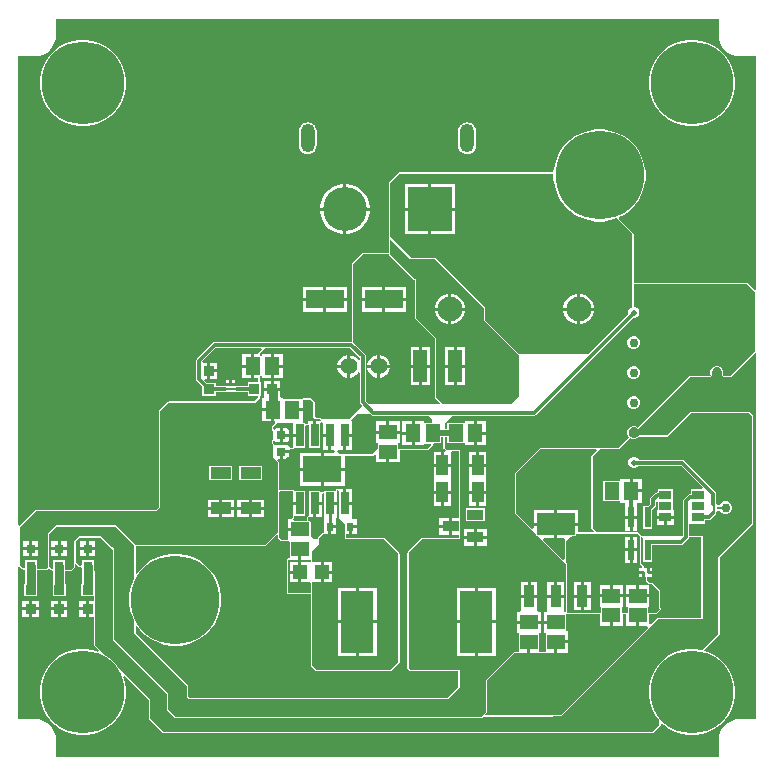
<source format=gbr>
%TF.GenerationSoftware,Altium Limited,Altium Designer,24.2.2 (26)*%
G04 Layer_Physical_Order=1*
G04 Layer_Color=255*
%FSLAX45Y45*%
%MOMM*%
%TF.SameCoordinates,B44B2995-802D-4FBC-A6AD-B2E30319FF36*%
%TF.FilePolarity,Positive*%
%TF.FileFunction,Copper,L1,Top,Signal*%
%TF.Part,Single*%
G01*
G75*
%TA.AperFunction,SMDPad,CuDef*%
%ADD10R,0.80000X0.80000*%
%ADD11R,0.20000X0.28000*%
%ADD12R,1.00000X0.80000*%
%ADD13R,0.55000X1.75000*%
%ADD14R,3.20000X1.60000*%
%ADD15R,1.50000X1.30000*%
%ADD16R,0.85000X0.90000*%
%ADD17R,1.30000X1.50000*%
%ADD18R,0.90000X0.85000*%
%ADD19R,1.17000X2.72000*%
%ADD20R,0.70000X1.90000*%
%ADD21R,3.30700X2.28700*%
G04:AMPARAMS|DCode=22|XSize=0.76mm|YSize=0.6604mm|CornerRadius=0.08255mm|HoleSize=0mm|Usage=FLASHONLY|Rotation=180.000|XOffset=0mm|YOffset=0mm|HoleType=Round|Shape=RoundedRectangle|*
%AMROUNDEDRECTD22*
21,1,0.76000,0.49530,0,0,180.0*
21,1,0.59490,0.66040,0,0,180.0*
1,1,0.16510,-0.29745,0.24765*
1,1,0.16510,0.29745,0.24765*
1,1,0.16510,0.29745,-0.24765*
1,1,0.16510,-0.29745,-0.24765*
%
%ADD22ROUNDEDRECTD22*%
%ADD23R,1.74000X0.99000*%
%ADD24R,1.20000X1.20000*%
%ADD25R,0.28000X0.20000*%
%ADD26R,2.80000X5.30000*%
%ADD27R,0.99000X1.74000*%
%ADD28R,1.40000X0.90000*%
%ADD29R,0.60000X0.80000*%
%ADD30R,0.90000X1.90000*%
%ADD31R,3.20000X1.90000*%
%TA.AperFunction,Conductor*%
%ADD32C,0.15000*%
%ADD33C,0.80000*%
%ADD34C,0.30000*%
%ADD35C,0.50000*%
%ADD36C,0.25400*%
%TA.AperFunction,ViaPad*%
%ADD37C,7.00000*%
%TA.AperFunction,ComponentPad*%
%ADD38C,2.10000*%
%ADD39C,1.40000*%
%ADD40O,1.20000X2.40000*%
%ADD41R,3.71600X3.71600*%
%ADD42C,3.71600*%
%TA.AperFunction,ViaPad*%
%ADD43C,7.50000*%
%ADD44C,0.60000*%
%ADD45C,0.75000*%
%ADD46C,0.50000*%
G36*
X5981113Y6159500D02*
X5981368Y6158215D01*
X5984667Y6124724D01*
X5994811Y6091283D01*
X6011284Y6060465D01*
X6033452Y6033452D01*
X6060465Y6011284D01*
X6091283Y5994811D01*
X6124724Y5984667D01*
X6158215Y5981368D01*
X6159500Y5981113D01*
X6298613D01*
Y4003875D01*
X6285913Y3998615D01*
X6225574Y4058954D01*
X6217920Y4062124D01*
X5261004D01*
Y4478020D01*
X5257834Y4485674D01*
X5257833Y4485674D01*
X5137090Y4606418D01*
X5139077Y4618961D01*
X5175464Y4637502D01*
X5225127Y4673584D01*
X5268535Y4716991D01*
X5304617Y4766655D01*
X5332487Y4821351D01*
X5351456Y4879734D01*
X5361059Y4940366D01*
Y5001753D01*
X5351456Y5062385D01*
X5332487Y5120768D01*
X5304617Y5175464D01*
X5268535Y5225127D01*
X5225127Y5268535D01*
X5175464Y5304617D01*
X5120768Y5332487D01*
X5062385Y5351456D01*
X5001753Y5361059D01*
X4940366D01*
X4879734Y5351456D01*
X4821351Y5332487D01*
X4766655Y5304617D01*
X4716991Y5268535D01*
X4673584Y5225127D01*
X4637502Y5175464D01*
X4609632Y5120768D01*
X4590662Y5062385D01*
X4581059Y5001753D01*
Y4996844D01*
X3276600D01*
X3268946Y4993674D01*
X3190206Y4914934D01*
X3187036Y4907280D01*
Y4734560D01*
Y4455161D01*
X3187035Y4455160D01*
X3190206Y4447506D01*
X3191802Y4435879D01*
X3190206Y4430913D01*
X3189382Y4428924D01*
X3187860Y4427401D01*
Y4425248D01*
X3187036Y4423259D01*
Y4316124D01*
X2966720D01*
X2959066Y4312954D01*
X2959066Y4312953D01*
X2877786Y4231674D01*
X2874616Y4224020D01*
Y3564794D01*
X2870200Y3561170D01*
X1711960D01*
X1702205Y3559229D01*
X1693936Y3553704D01*
X1559316Y3419084D01*
X1553791Y3410815D01*
X1551850Y3401060D01*
Y3244860D01*
X1553791Y3235105D01*
X1559316Y3226836D01*
X1606000Y3180152D01*
Y3105800D01*
X1721400D01*
Y3136810D01*
X1803400D01*
X1810216Y3138166D01*
X1822699Y3138688D01*
X1822700Y3138688D01*
X1822700Y3138688D01*
X1876099D01*
X1876099Y3138688D01*
X1888799Y3141361D01*
X1892706Y3138751D01*
X1902460Y3136810D01*
X1990740D01*
Y3104600D01*
X2079182D01*
X2080913Y3091900D01*
X2047836Y3058824D01*
X1323341D01*
X1323340Y3058824D01*
X1315686Y3055654D01*
X1242026Y2981994D01*
X1238856Y2974340D01*
Y2163483D01*
X1214716Y2139344D01*
X203200D01*
X195546Y2136174D01*
X195546Y2136173D01*
X64087Y2004715D01*
X51387Y2009975D01*
Y5981113D01*
X190500D01*
X191785Y5981368D01*
X225276Y5984667D01*
X258717Y5994811D01*
X289535Y6011284D01*
X316547Y6033452D01*
X338716Y6060465D01*
X355189Y6091283D01*
X365333Y6124724D01*
X368632Y6158215D01*
X368887Y6159500D01*
Y6298613D01*
X5981113D01*
Y6159500D01*
D02*
G37*
G36*
X6283960Y3985260D02*
Y3484880D01*
X6073140Y3274060D01*
X6024788D01*
X6017732Y3284620D01*
X6020400Y3291060D01*
Y3312940D01*
X6012027Y3333155D01*
X5996555Y3348627D01*
X5976340Y3357000D01*
X5954460D01*
X5934245Y3348627D01*
X5918774Y3333155D01*
X5910400Y3312940D01*
Y3291060D01*
X5913068Y3284620D01*
X5906012Y3274060D01*
X5732780D01*
X5295951Y2837231D01*
X5292555Y2840627D01*
X5272340Y2849000D01*
X5250460D01*
X5230245Y2840627D01*
X5214773Y2825155D01*
X5206400Y2804940D01*
Y2783060D01*
X5214773Y2762845D01*
X5218169Y2759449D01*
X5125720Y2667000D01*
X4467860D01*
X4257040Y2456180D01*
Y2108200D01*
X4429940Y1935300D01*
Y1914500D01*
X4450740D01*
X4686300Y1678940D01*
Y1277800D01*
X4673719D01*
X4670340Y1289100D01*
X4670340Y1290500D01*
Y1396800D01*
X4599940D01*
X4529540D01*
Y1290500D01*
X4529540Y1289100D01*
X4526161Y1277800D01*
X4499540D01*
Y1200100D01*
X4599940D01*
Y1174700D01*
X4499540D01*
Y1097000D01*
X4514940D01*
Y947400D01*
X4508760Y937260D01*
X4465060D01*
X4458880Y947400D01*
X4458880Y949960D01*
Y1097000D01*
X4474280D01*
Y1174700D01*
X4373880D01*
X4273480D01*
Y1097000D01*
X4288880D01*
Y949960D01*
X4288880Y947400D01*
X4282700Y937260D01*
X4246880D01*
X4010660Y701040D01*
Y431800D01*
X3967480Y388620D01*
X1381760D01*
X1315720Y454660D01*
Y586740D01*
X863600Y1038860D01*
Y1808480D01*
X849630Y1822450D01*
X844550D01*
X751840Y1915160D01*
X563880D01*
X518160Y1869440D01*
Y1656080D01*
X492760Y1630680D01*
X447220D01*
Y1662360D01*
X446240Y1667285D01*
Y1712360D01*
X401165D01*
X396240Y1713339D01*
X391315Y1712360D01*
X346240D01*
Y1667285D01*
X345260Y1662360D01*
Y1643740D01*
X332560Y1638480D01*
X310544Y1660496D01*
Y1938617D01*
X370244Y1998316D01*
X876897D01*
X1033780Y1841432D01*
Y1560574D01*
X1017513Y1528649D01*
X998544Y1470266D01*
X988941Y1409634D01*
Y1348247D01*
X998544Y1287615D01*
X1017513Y1229232D01*
X1033780Y1197307D01*
Y1094740D01*
X1478280Y650240D01*
Y556260D01*
X1498600Y535940D01*
X3690620D01*
X3787140Y632460D01*
Y784860D01*
X3368040D01*
X3355340Y797560D01*
Y1778000D01*
X3469640Y1892300D01*
X3792220D01*
Y2649220D01*
X3677920D01*
X3660140Y2667000D01*
Y2753234D01*
X3680440D01*
Y2703920D01*
X3830040D01*
Y2688520D01*
X3907740D01*
Y2788920D01*
Y2889320D01*
X3830040D01*
Y2873920D01*
X3680440D01*
Y2824606D01*
X3660140D01*
Y2877820D01*
X3721010Y2938690D01*
X4415580D01*
X4425335Y2940631D01*
X4433604Y2946156D01*
X5250535Y3763087D01*
X5251952Y3762500D01*
X5270848D01*
X5288306Y3769732D01*
X5301668Y3783094D01*
X5308900Y3800552D01*
Y3819448D01*
X5301668Y3836906D01*
X5288306Y3850268D01*
X5270848Y3857500D01*
X5261004D01*
Y4051300D01*
X6217920D01*
X6283960Y3985260D01*
D02*
G37*
G36*
X4581059Y4940366D02*
X4590662Y4879734D01*
X4609632Y4821351D01*
X4637502Y4766655D01*
X4673584Y4716991D01*
X4716991Y4673584D01*
X4766655Y4637502D01*
X4821351Y4609632D01*
X4879734Y4590662D01*
X4940366Y4581059D01*
X5001753D01*
X5062385Y4590662D01*
X5119107Y4609093D01*
X5250180Y4478020D01*
Y3856766D01*
X5234493Y3850268D01*
X5221132Y3836906D01*
X5213900Y3819448D01*
Y3800552D01*
X5214487Y3799135D01*
X4877372Y3462020D01*
X4290060D01*
X4000500Y3751580D01*
Y3855720D01*
X3581400Y4274820D01*
X3378200D01*
X3197860Y4455160D01*
Y4734560D01*
Y4907280D01*
X3276600Y4986020D01*
X4581059D01*
Y4940366D01*
D02*
G37*
G36*
X2941230Y3428602D02*
Y3408917D01*
X2928530Y3405514D01*
X2923679Y3413917D01*
X2905917Y3431679D01*
X2884163Y3444238D01*
X2860040Y3450702D01*
Y3355340D01*
Y3259978D01*
X2884163Y3266442D01*
X2905917Y3279001D01*
X2923679Y3296763D01*
X2928530Y3305166D01*
X2941230Y3301763D01*
Y3053036D01*
X2943171Y3043282D01*
X2948696Y3035012D01*
X2965184Y3018524D01*
X2852420Y2905760D01*
X2622663D01*
X2620642Y2907840D01*
X2619505Y2909045D01*
X2619064Y2910642D01*
X2613724Y2917494D01*
X2613110Y2917842D01*
X2612840Y2918494D01*
X2609584Y2919843D01*
X2606519Y2921582D01*
X2605838Y2921394D01*
X2605187Y2921664D01*
X2567344D01*
X2558444Y2930564D01*
Y3055619D01*
X2558444Y3055620D01*
X2555274Y3063274D01*
X2537494Y3081054D01*
X2529840Y3084224D01*
X2458900D01*
X2451246Y3081054D01*
X2443500Y3074580D01*
X2293900D01*
Y3089980D01*
X2280745D01*
X2268840Y3091900D01*
X2268840Y3102680D01*
Y3149600D01*
X2200940D01*
X2133040D01*
X2133040Y3091900D01*
X2121135Y3089980D01*
X2113100D01*
Y3002280D01*
X2203500D01*
Y2989580D01*
X2216200D01*
Y2889180D01*
X2220912D01*
X2226173Y2876480D01*
X2202146Y2852454D01*
X2198976Y2844800D01*
Y2822642D01*
X2199993Y2820185D01*
X2200254Y2817539D01*
X2201520Y2816501D01*
X2202146Y2814988D01*
X2204872Y2807763D01*
X2205188Y2800468D01*
X2204720Y2800000D01*
Y2731246D01*
X2204603Y2731150D01*
X2202146Y2730132D01*
X2201520Y2728620D01*
X2200254Y2727581D01*
X2199993Y2724935D01*
X2198976Y2722479D01*
Y2705101D01*
X2198976Y2705100D01*
X2202146Y2697446D01*
X2204720Y2694872D01*
Y2583180D01*
X2245360Y2542540D01*
Y1955800D01*
X2136140Y1846580D01*
X1043940D01*
X881380Y2009140D01*
X365760D01*
X299720Y1943100D01*
Y1651000D01*
X287020Y1638300D01*
X205920D01*
Y1662360D01*
X204940Y1667285D01*
Y1712360D01*
X159865D01*
X154940Y1713339D01*
X150015Y1712360D01*
X104940D01*
Y1667285D01*
X103960Y1662360D01*
Y1651360D01*
X91260Y1646100D01*
X60960Y1676400D01*
Y1988820D01*
X63500D01*
X203200Y2128520D01*
X1219200D01*
X1249680Y2159000D01*
Y2974340D01*
X1323340Y3048000D01*
X2052320D01*
X2092960Y3088640D01*
Y3104600D01*
X2101140D01*
Y3220000D01*
X2092960D01*
Y3270340D01*
X2110460D01*
Y3254940D01*
X2188160D01*
Y3355340D01*
Y3455740D01*
X2110460D01*
Y3440340D01*
X2092960D01*
Y3464560D01*
X2138590Y3510190D01*
X2859642D01*
X2941230Y3428602D01*
D02*
G37*
G36*
X6298613Y3466265D02*
Y368887D01*
X6159500D01*
X6158215Y368632D01*
X6124724Y365333D01*
X6091283Y355189D01*
X6060465Y338716D01*
X6033452Y316547D01*
X6011284Y289535D01*
X5994811Y258717D01*
X5984667Y225276D01*
X5981368Y191785D01*
X5981113Y190500D01*
Y51387D01*
X368887D01*
Y190500D01*
X368632Y191785D01*
X365333Y225276D01*
X355189Y258717D01*
X338716Y289535D01*
X316547Y316547D01*
X289535Y338716D01*
X258717Y355189D01*
X225276Y365333D01*
X191785Y368632D01*
X190500Y368887D01*
X51387D01*
Y1652705D01*
X64087Y1657965D01*
X83607Y1638446D01*
X85596Y1637622D01*
X87118Y1636099D01*
X89272D01*
X91260Y1635276D01*
X96791Y1633073D01*
X103960Y1626944D01*
Y1511760D01*
X99940D01*
Y1406760D01*
X209940D01*
Y1511760D01*
X205920D01*
Y1627476D01*
X287019D01*
X287020Y1627475D01*
X294674Y1630646D01*
X294675Y1630647D01*
X307374Y1643346D01*
X311555Y1644178D01*
X324907Y1630826D01*
X326896Y1630002D01*
X328418Y1628479D01*
X330572D01*
X332560Y1627656D01*
X338091Y1625453D01*
X345260Y1619324D01*
Y1511760D01*
X341240D01*
Y1406760D01*
X451240D01*
Y1511760D01*
X447220D01*
Y1619856D01*
X492760D01*
X500414Y1623026D01*
X500414Y1623027D01*
X525814Y1648426D01*
X528984Y1656080D01*
Y1680568D01*
X541684Y1685828D01*
X567094Y1660419D01*
X569522Y1659413D01*
X570880Y1658055D01*
X572470D01*
X574078Y1657269D01*
X574352Y1657252D01*
X574563Y1657325D01*
X574747Y1657248D01*
X580446Y1654392D01*
X586560Y1648419D01*
Y1511760D01*
X582540D01*
Y1406760D01*
X690216D01*
Y1372160D01*
X650240D01*
Y1304260D01*
Y1236360D01*
X690216D01*
Y998221D01*
X690216Y998220D01*
X693386Y990566D01*
X734684Y949269D01*
X727859Y938133D01*
X682371Y952913D01*
X625626Y961900D01*
X568174D01*
X511429Y952913D01*
X456789Y935159D01*
X405598Y909076D01*
X359118Y875307D01*
X318493Y834682D01*
X284724Y788202D01*
X258641Y737011D01*
X240887Y682371D01*
X231900Y625626D01*
Y568174D01*
X240887Y511429D01*
X258641Y456789D01*
X284724Y405598D01*
X318493Y359118D01*
X359118Y318493D01*
X405598Y284724D01*
X456789Y258641D01*
X511429Y240887D01*
X568174Y231900D01*
X625626D01*
X682371Y240887D01*
X737011Y258641D01*
X788202Y284724D01*
X834682Y318493D01*
X875307Y359118D01*
X909076Y405598D01*
X935159Y456789D01*
X952913Y511429D01*
X961900Y568174D01*
Y625626D01*
X952913Y682371D01*
X938132Y727859D01*
X949269Y734684D01*
X1152496Y531456D01*
Y378460D01*
X1155666Y370806D01*
X1155667Y370806D01*
X1178481Y347991D01*
X1272405Y251529D01*
X1272476Y251498D01*
X1272506Y251426D01*
X1276270Y249867D01*
X1280016Y248257D01*
X1280088Y248286D01*
X1280160Y248256D01*
X5417820D01*
X5425474Y251426D01*
X5425474Y251427D01*
X5486434Y312386D01*
X5489604Y320040D01*
Y327614D01*
X5501337Y332475D01*
X5515318Y318493D01*
X5561798Y284724D01*
X5612989Y258641D01*
X5667629Y240887D01*
X5724374Y231900D01*
X5781826D01*
X5838571Y240887D01*
X5893211Y258641D01*
X5944402Y284724D01*
X5990882Y318493D01*
X6031507Y359118D01*
X6065276Y405598D01*
X6091359Y456789D01*
X6109113Y511429D01*
X6118100Y568174D01*
Y625626D01*
X6109113Y682371D01*
X6091359Y737011D01*
X6065276Y788202D01*
X6031507Y834682D01*
X5990882Y875307D01*
X5944402Y909076D01*
X5893211Y935159D01*
X5862665Y945084D01*
X5859701Y957433D01*
X5984274Y1082006D01*
X5987444Y1089660D01*
Y1735416D01*
X6268754Y2016726D01*
X6271924Y2024380D01*
Y2933700D01*
X6268754Y2941354D01*
X6268753Y2941354D01*
X6240814Y2969294D01*
X6233160Y2972464D01*
X5748021D01*
X5748020Y2972465D01*
X5740366Y2969294D01*
X5740365Y2969293D01*
X5541346Y2770273D01*
X5304631D01*
X5304631Y2770274D01*
X5296977Y2767103D01*
X5286423Y2756549D01*
X5270187Y2749824D01*
X5252613D01*
X5236376Y2756549D01*
X5233476Y2759449D01*
X5228065Y2761691D01*
X5225823Y2767103D01*
X5225823Y2767103D01*
X5223949Y2768977D01*
X5217224Y2785213D01*
Y2802787D01*
X5223949Y2819024D01*
X5236377Y2831451D01*
X5252613Y2838176D01*
X5270187D01*
X5286424Y2831451D01*
X5288297Y2829577D01*
X5291872Y2828096D01*
X5293709Y2827335D01*
X5293710D01*
X5295951Y2826406D01*
X5295951Y2826406D01*
Y2826406D01*
X5303605Y2829577D01*
X5303606Y2829578D01*
X5737264Y3263236D01*
X5906012D01*
X5907036Y3263660D01*
X5908124Y3263444D01*
X5910748Y3265198D01*
X5913666Y3266406D01*
X5914090Y3267431D01*
X5915012Y3268047D01*
X5922068Y3278606D01*
X5922284Y3279694D01*
X5923068Y3280478D01*
Y3283634D01*
X5923684Y3286732D01*
X5923068Y3287654D01*
Y3288762D01*
X5921224Y3293213D01*
Y3310787D01*
X5927950Y3327024D01*
X5940377Y3339451D01*
X5956613Y3346176D01*
X5974187D01*
X5990424Y3339451D01*
X6002851Y3327023D01*
X6009576Y3310787D01*
Y3293213D01*
X6007732Y3288762D01*
Y3287653D01*
X6007117Y3286732D01*
X6007732Y3283635D01*
Y3280478D01*
X6008516Y3279694D01*
X6008732Y3278606D01*
X6015788Y3268047D01*
X6016710Y3267431D01*
X6017134Y3266406D01*
X6020051Y3265198D01*
X6022676Y3263444D01*
X6023764Y3263660D01*
X6024788Y3263236D01*
X6073140D01*
X6080794Y3266406D01*
X6080794Y3266407D01*
X6285913Y3471525D01*
X6298613Y3466265D01*
D02*
G37*
G36*
X2111549Y3498457D02*
X2085306Y3472214D01*
X2082136Y3464560D01*
Y3455740D01*
X2048560D01*
Y3355340D01*
Y3254940D01*
X2082136D01*
Y3220000D01*
X1990740D01*
Y3187790D01*
X1902460D01*
X1901500Y3187599D01*
X1900081Y3188688D01*
X1849399D01*
X1804494D01*
X1803400Y3187790D01*
X1721400D01*
Y3216200D01*
X1642048D01*
X1621881Y3236367D01*
X1626741Y3248100D01*
X1651000D01*
Y3316000D01*
Y3383900D01*
X1614188D01*
X1608928Y3396600D01*
X1722518Y3510190D01*
X2106689D01*
X2111549Y3498457D01*
D02*
G37*
G36*
X3370546Y4267166D02*
X3378200Y4263996D01*
X3576917D01*
X3989676Y3851236D01*
Y3751580D01*
X3992846Y3743926D01*
X3992847Y3743926D01*
X4282406Y3454366D01*
X4290060Y3451196D01*
Y3101340D01*
X4224020Y3035300D01*
X3644900D01*
X3586480Y3093720D01*
Y3596640D01*
X3416300Y3766820D01*
Y4094480D01*
X3408680D01*
X3197860Y4305300D01*
Y4423259D01*
X3209593Y4428119D01*
X3370546Y4267166D01*
D02*
G37*
G36*
X3190206Y4297646D02*
X3190207Y4297646D01*
X3401026Y4086826D01*
X3405476Y4084983D01*
Y3766820D01*
X3408646Y3759166D01*
X3575656Y3592156D01*
Y3093720D01*
X3578826Y3086066D01*
X3617859Y3047033D01*
X3612999Y3035300D01*
X3020504D01*
X2992210Y3063594D01*
Y3439160D01*
X2990269Y3448915D01*
X2984744Y3457184D01*
X2888224Y3553704D01*
X2885440Y3555564D01*
Y4224020D01*
X2966720Y4305300D01*
X3187036D01*
X3190206Y4297646D01*
D02*
G37*
G36*
X3037552Y2946156D02*
X3045822Y2940631D01*
X3055576Y2938690D01*
X3523070D01*
X3556000Y2905760D01*
Y2876620D01*
X3482620D01*
Y2889320D01*
X3404920D01*
Y2788920D01*
Y2688520D01*
X3482620D01*
Y2701220D01*
X3541780D01*
X3547040Y2688520D01*
X3515801Y2657281D01*
X3267780D01*
Y2707360D01*
X3280480D01*
Y2785060D01*
X3180080D01*
X3079680D01*
Y2707360D01*
X3092380D01*
Y2657281D01*
X3048000Y2611120D01*
X2773680D01*
X2745740Y2639060D01*
Y2641428D01*
X2753920Y2650740D01*
X2758440Y2650740D01*
X2801620D01*
Y2771140D01*
X2814320D01*
Y2783840D01*
X2874720D01*
Y2890659D01*
X2874720Y2891540D01*
X2870340Y2904240D01*
X2915041Y2948940D01*
X3034768D01*
X3037552Y2946156D01*
D02*
G37*
G36*
X2547620Y3055620D02*
Y2926080D01*
X2562860Y2910840D01*
X2605187D01*
X2610526Y2903989D01*
X2604942Y2891540D01*
X2573020D01*
Y2771140D01*
X2547620D01*
Y2891540D01*
X2499920D01*
Y2871154D01*
X2487220Y2865893D01*
X2478320Y2874794D01*
Y2876140D01*
X2476974D01*
X2475293Y2877820D01*
X2462135D01*
X2458900Y2889180D01*
X2458900D01*
Y2976880D01*
X2368500D01*
Y3002280D01*
X2458900D01*
Y3073400D01*
X2529840D01*
X2547620Y3055620D01*
D02*
G37*
G36*
X6261100Y2933700D02*
Y2024380D01*
X5976620Y1739900D01*
Y1089660D01*
X5839553Y952593D01*
X5838571Y952913D01*
X5781826Y961900D01*
X5724374D01*
X5667629Y952913D01*
X5612989Y935159D01*
X5561798Y909076D01*
X5515318Y875307D01*
X5474693Y834682D01*
X5440924Y788202D01*
X5414841Y737011D01*
X5397087Y682371D01*
X5388100Y625626D01*
Y568174D01*
X5397087Y511429D01*
X5414841Y456789D01*
X5440924Y405598D01*
X5474693Y359118D01*
X5478780Y355032D01*
Y320040D01*
X5417820Y259080D01*
X1280160D01*
X1186180Y355600D01*
X1163320Y378460D01*
Y535940D01*
X903810Y795450D01*
X875307Y834682D01*
X834682Y875307D01*
X795450Y903810D01*
X701040Y998220D01*
Y1619720D01*
X688520Y1632240D01*
Y1662360D01*
X687540Y1667285D01*
Y1712360D01*
X642465D01*
X637540Y1713339D01*
X632615Y1712360D01*
X587540D01*
Y1673240D01*
X575022Y1668055D01*
X574748Y1668072D01*
X541020Y1701800D01*
Y1876993D01*
X568364Y1904336D01*
X747356D01*
X836896Y1814796D01*
X844550Y1811626D01*
X845147D01*
X852776Y1803996D01*
Y1038860D01*
X855946Y1031206D01*
X1304896Y582256D01*
Y454661D01*
X1304895Y454660D01*
X1308066Y447006D01*
X1308067Y447005D01*
X1374106Y380966D01*
X1381760Y377796D01*
X3967480D01*
X3975134Y380966D01*
X3975134Y380967D01*
X3982787Y388620D01*
X4503420D01*
X4645660Y396240D01*
X5466080Y1216660D01*
X5844540D01*
Y1922780D01*
X5730330D01*
Y2020404D01*
X5741540Y2024000D01*
Y2024000D01*
X5866940D01*
Y2051210D01*
X5896730D01*
X5906485Y2053151D01*
X5914754Y2058676D01*
X5951464Y2095386D01*
X5956989Y2103655D01*
X5958929Y2113410D01*
X5958203Y2117060D01*
X5958510Y2121950D01*
X5962972Y2129301D01*
X5966052Y2132460D01*
X5990530D01*
X5993493Y2125305D01*
X6008965Y2109833D01*
X6029180Y2101460D01*
X6051060D01*
X6071275Y2109833D01*
X6086747Y2125305D01*
X6095120Y2145520D01*
Y2167400D01*
X6086747Y2187615D01*
X6071275Y2203087D01*
X6051060Y2211460D01*
X6029180D01*
X6008965Y2203087D01*
X5993493Y2187615D01*
X5990530Y2180460D01*
X5972119D01*
X5961470Y2192020D01*
Y2274457D01*
X5959529Y2284212D01*
X5954004Y2292481D01*
X5688461Y2558024D01*
X5680192Y2563549D01*
X5670437Y2565490D01*
X5302255D01*
X5301668Y2566906D01*
X5288306Y2580268D01*
X5270848Y2587500D01*
X5251952D01*
X5234493Y2580268D01*
X5221132Y2566906D01*
X5213900Y2549448D01*
Y2530552D01*
X5221132Y2513094D01*
X5234493Y2499732D01*
X5251952Y2492500D01*
X5270848D01*
X5288306Y2499732D01*
X5301668Y2513094D01*
X5302255Y2514510D01*
X5659879D01*
X5843257Y2331133D01*
X5838397Y2319400D01*
X5741540D01*
Y2276240D01*
X5738065D01*
X5728310Y2274299D01*
X5720041Y2268774D01*
X5686816Y2235549D01*
X5681291Y2227280D01*
X5679350Y2217525D01*
Y1923178D01*
X5678952Y1922780D01*
X5321964D01*
X5318794Y1930434D01*
X5303554Y1945674D01*
X5295900Y1948844D01*
X4949796D01*
X4912360Y1986280D01*
Y2593340D01*
X4975196Y2656176D01*
X5125719D01*
X5125720Y2656176D01*
X5133374Y2659346D01*
X5225823Y2751795D01*
X5230245Y2747373D01*
X5250460Y2739000D01*
X5272340D01*
X5292555Y2747373D01*
X5304631Y2759449D01*
X5545829D01*
X5748020Y2961640D01*
X6233160D01*
X6261100Y2933700D01*
D02*
G37*
G36*
X2372920Y2783840D02*
X2433320D01*
Y2758440D01*
X2372920D01*
Y2667793D01*
X2361187Y2662933D01*
X2336800Y2687320D01*
X2227580D01*
X2209800Y2705100D01*
Y2722479D01*
X2222500Y2726331D01*
X2224371Y2723531D01*
X2235503Y2716093D01*
X2248635Y2713481D01*
X2265680D01*
Y2772561D01*
Y2831639D01*
X2248635D01*
X2235503Y2829027D01*
X2224371Y2821589D01*
X2222500Y2818789D01*
X2209800Y2822642D01*
Y2844800D01*
X2242820Y2877820D01*
X2372920D01*
Y2783840D01*
D02*
G37*
G36*
X2626920Y2877260D02*
Y2783840D01*
X2687320D01*
Y2771140D01*
X2700020D01*
Y2650740D01*
X2722078D01*
X2722124Y2650721D01*
X2731994Y2641428D01*
Y2639060D01*
X2733224Y2636090D01*
X2725376Y2623390D01*
X2636520D01*
Y2496340D01*
X2814570D01*
Y2597374D01*
X3048000D01*
X3048135Y2597429D01*
X3048271Y2597376D01*
X3052974Y2599434D01*
X3057720Y2601400D01*
X3057776Y2601535D01*
X3057910Y2601593D01*
X3067900Y2611984D01*
X3079680Y2607239D01*
Y2542360D01*
X3167380D01*
Y2632760D01*
X3192780D01*
Y2542360D01*
X3280480D01*
Y2643535D01*
X3515801D01*
X3525522Y2647561D01*
X3525522Y2647561D01*
X3556760Y2678800D01*
X3557807Y2681326D01*
X3559740Y2683260D01*
Y2685994D01*
X3560787Y2688520D01*
X3559740Y2691047D01*
Y2691220D01*
X3564331Y2700651D01*
X3566515Y2703920D01*
X3632220D01*
Y2753234D01*
X3649316D01*
Y2667001D01*
X3649316Y2667000D01*
X3652486Y2659346D01*
X3667053Y2644780D01*
X3662508Y2632080D01*
X3653880D01*
Y2532380D01*
X3716080D01*
Y2625696D01*
X3716080Y2632080D01*
X3726164Y2638396D01*
X3781396D01*
Y2071920D01*
X3722780D01*
Y2001520D01*
Y1931120D01*
X3781396D01*
Y1903124D01*
X3469640D01*
X3461986Y1899954D01*
X3347686Y1785654D01*
X3344516Y1778000D01*
Y797561D01*
X3344515Y797560D01*
X3347686Y789906D01*
X3347687Y789905D01*
X3360386Y777206D01*
X3368040Y774036D01*
X3776316D01*
Y636944D01*
X3686136Y546764D01*
X1503084D01*
X1489104Y560744D01*
Y650239D01*
X1489105Y650240D01*
X1485934Y657894D01*
X1485933Y657895D01*
X1044604Y1099224D01*
Y1154001D01*
X1057304Y1158128D01*
X1081465Y1124873D01*
X1124873Y1081465D01*
X1174536Y1045383D01*
X1229232Y1017513D01*
X1287615Y998544D01*
X1348247Y988941D01*
X1409634D01*
X1470266Y998544D01*
X1528649Y1017513D01*
X1583345Y1045383D01*
X1633009Y1081465D01*
X1676416Y1124873D01*
X1712498Y1174536D01*
X1740368Y1229232D01*
X1759338Y1287615D01*
X1768941Y1348247D01*
Y1409634D01*
X1759338Y1470266D01*
X1740368Y1528649D01*
X1712498Y1583345D01*
X1676416Y1633009D01*
X1633009Y1676416D01*
X1583345Y1712498D01*
X1528649Y1740368D01*
X1470266Y1759338D01*
X1409634Y1768941D01*
X1348247D01*
X1287615Y1759338D01*
X1229232Y1740368D01*
X1174536Y1712498D01*
X1124873Y1676416D01*
X1081465Y1633009D01*
X1057304Y1599753D01*
X1044604Y1603880D01*
Y1835756D01*
X2136139D01*
X2136140Y1835756D01*
X2143794Y1838926D01*
X2238043Y1933175D01*
X2249776Y1928315D01*
Y1907540D01*
X2252946Y1899886D01*
X2273266Y1879566D01*
X2280920Y1876396D01*
X2332920D01*
X2335620Y1877514D01*
X2348320Y1870719D01*
Y1734800D01*
X2337516Y1730224D01*
X2332920D01*
X2329546Y1728827D01*
X2326053Y1727766D01*
X2325787Y1727270D01*
X2325267Y1727054D01*
X2323869Y1723680D01*
X2322149Y1720460D01*
X2320948Y1708257D01*
X2321112Y1707718D01*
X2320896Y1707197D01*
Y1445261D01*
X2320895Y1445260D01*
X2324066Y1437606D01*
X2324067Y1437605D01*
X2334226Y1427446D01*
X2341880Y1424276D01*
X2526636D01*
Y820420D01*
X2529806Y812766D01*
X2567906Y774666D01*
X2575560Y771496D01*
X3202939D01*
X3202940Y771495D01*
X3210594Y774666D01*
X3210595Y774667D01*
X3276634Y840706D01*
X3279804Y848360D01*
Y1770379D01*
X3279805Y1770380D01*
X3276634Y1778034D01*
X3276633Y1778035D01*
X3154714Y1899954D01*
X3147060Y1903124D01*
X2825144D01*
Y1933580D01*
X2845980D01*
Y1998980D01*
X2858680D01*
Y2011680D01*
X2914080D01*
Y2064380D01*
X2877955D01*
X2874720Y2075740D01*
X2874720D01*
Y2183440D01*
X2814320D01*
Y2196140D01*
X2801620D01*
Y2316540D01*
X2766749D01*
X2765927Y2317215D01*
X2764356Y2317693D01*
X2763196Y2318854D01*
X2760542D01*
X2758002Y2319627D01*
X2756553Y2318854D01*
X2754912D01*
X2743578Y2314159D01*
X2742056Y2312637D01*
X2740066Y2311813D01*
X2739648Y2310804D01*
X2737846Y2308428D01*
X2737720Y2308302D01*
X2732320Y2301140D01*
X2642320D01*
Y2301140D01*
X2631897Y2294576D01*
X2630362Y2293668D01*
X2628583Y2293542D01*
X2618020Y2288265D01*
X2610002Y2291209D01*
X2605320Y2294403D01*
Y2301140D01*
X2515320D01*
Y2091140D01*
X2504515Y2086564D01*
X2504440D01*
X2496786Y2083394D01*
X2493616Y2075740D01*
Y2057400D01*
X2488538Y2049800D01*
X2384578D01*
X2381366Y2054549D01*
X2378446Y2062500D01*
X2382622Y2070941D01*
X2382788Y2073433D01*
X2383744Y2075740D01*
Y2080335D01*
X2388320Y2091140D01*
X2478320D01*
Y2301140D01*
X2388320D01*
X2380574Y2308894D01*
X2372920Y2312064D01*
X2273301D01*
X2273300Y2312064D01*
X2268884Y2310235D01*
X2263586Y2312103D01*
X2256184Y2316025D01*
Y2542540D01*
X2253014Y2550194D01*
X2241196Y2562011D01*
X2247452Y2573716D01*
X2248635Y2573481D01*
X2265680D01*
Y2632559D01*
X2278380D01*
Y2645259D01*
X2342439D01*
Y2648413D01*
X2348176Y2651964D01*
X2355139Y2654614D01*
X2355522Y2654455D01*
X2357045Y2652933D01*
X2359198D01*
X2361187Y2652109D01*
X2363176Y2652933D01*
X2365329D01*
X2377062Y2657794D01*
X2378487Y2659218D01*
X2378684Y2659357D01*
X2380574Y2660140D01*
X2385859Y2664234D01*
X2395482Y2666140D01*
X2478320D01*
Y2845164D01*
X2479151Y2847039D01*
X2487220Y2855069D01*
X2489209Y2855893D01*
X2491362D01*
X2502620Y2860557D01*
X2512736Y2856782D01*
X2515320Y2854653D01*
Y2666140D01*
X2605320D01*
Y2869283D01*
X2608042Y2878795D01*
X2614220Y2882951D01*
X2626920Y2877260D01*
D02*
G37*
G36*
X4948155Y2644443D02*
X4904706Y2600994D01*
X4901536Y2593340D01*
Y1986280D01*
X4904706Y1978626D01*
X4904707Y1978626D01*
X4922755Y1960577D01*
X4917895Y1948844D01*
X4785340D01*
Y2006800D01*
X4612640D01*
Y1899100D01*
X4673899D01*
X4678760Y1887367D01*
X4678646Y1887254D01*
X4675476Y1879600D01*
Y1721665D01*
X4663743Y1716805D01*
X4493180Y1887367D01*
X4498041Y1899100D01*
X4587240D01*
Y2006800D01*
X4414540D01*
Y1982601D01*
X4402807Y1977741D01*
X4267864Y2112684D01*
Y2451697D01*
X4472344Y2656176D01*
X4943295D01*
X4948155Y2644443D01*
D02*
G37*
G36*
X2637790Y2280577D02*
Y1956138D01*
X2637562Y1953812D01*
X2630734Y1944100D01*
X2619191Y1941307D01*
X2618478Y1940787D01*
X2617595D01*
X2615215Y1938407D01*
X2612498Y1936425D01*
X2612361Y1935553D01*
X2611737Y1934929D01*
X2607627Y1925007D01*
X2595200Y1912580D01*
X2594278Y1912198D01*
X2592756Y1910675D01*
X2590766Y1909851D01*
X2589942Y1907862D01*
X2588420Y1906340D01*
Y1904659D01*
X2588298Y1903892D01*
X2587596Y1902198D01*
Y1899475D01*
X2586456Y1892300D01*
X2552700D01*
X2529840Y1915160D01*
Y2032000D01*
X2518320Y2043520D01*
Y2049800D01*
X2512040D01*
X2504440Y2057400D01*
Y2075740D01*
X2547620D01*
Y2196140D01*
X2560320D01*
Y2208840D01*
X2620720D01*
Y2277515D01*
X2633420Y2283859D01*
X2637790Y2280577D01*
D02*
G37*
G36*
X2372920Y2208840D02*
X2433320D01*
Y2183440D01*
X2372920D01*
Y2075740D01*
X2367706Y2065200D01*
X2332920D01*
Y1987500D01*
X2433320D01*
Y1962100D01*
X2332920D01*
Y1887220D01*
X2280920D01*
X2260600Y1907540D01*
Y2288540D01*
X2273300Y2301240D01*
X2372920D01*
Y2208840D01*
D02*
G37*
G36*
X5833716Y1227484D02*
X5466081D01*
X5466080Y1227484D01*
X5458426Y1224314D01*
X5405493Y1171381D01*
X5393760Y1176241D01*
Y1256636D01*
X5445759D01*
X5445760Y1256636D01*
X5453414Y1259806D01*
X5488974Y1295366D01*
X5492145Y1303020D01*
X5488974Y1310674D01*
X5488973Y1310675D01*
X5487064Y1312583D01*
Y1455420D01*
X5483894Y1463074D01*
X5483893Y1463074D01*
X5425294Y1521674D01*
X5417640Y1524844D01*
X5396724D01*
X5376214Y1545353D01*
Y1570960D01*
X5417340D01*
Y1597660D01*
X5381940D01*
Y1610360D01*
X5369240D01*
Y1649760D01*
X5354269D01*
X5350755Y1652276D01*
X5347542Y1655552D01*
X5344491Y1661494D01*
X5343667Y1663483D01*
Y1665635D01*
X5342145Y1667158D01*
X5341321Y1669147D01*
X5321964Y1688504D01*
Y1911956D01*
X5321964Y1911956D01*
X5334866D01*
X5338400Y1900720D01*
X5338400D01*
Y1700320D01*
X5418800D01*
Y1843480D01*
X5661190D01*
X5670944Y1845420D01*
X5679214Y1850946D01*
X5722864Y1894596D01*
X5728389Y1902865D01*
X5730182Y1911877D01*
X5730330Y1911956D01*
X5833716D01*
Y1227484D01*
D02*
G37*
G36*
X2446020Y1719400D02*
X2525162D01*
X2525981Y1707570D01*
X2517116Y1698300D01*
X2513936Y1698300D01*
X2445000D01*
Y1612900D01*
Y1527500D01*
X2513936D01*
X2517700Y1527500D01*
X2526636Y1518501D01*
Y1435100D01*
X2341880D01*
X2331720Y1445260D01*
Y1707197D01*
X2332920Y1719400D01*
X2420620D01*
Y1809800D01*
X2446020D01*
Y1719400D01*
D02*
G37*
G36*
X5311140Y1922780D02*
Y1684020D01*
X5333667Y1661493D01*
X5328806Y1649760D01*
X5306540D01*
Y1623060D01*
X5341940D01*
Y1610360D01*
X5354640D01*
Y1570960D01*
X5365390D01*
Y1540870D01*
X5392240Y1514020D01*
X5417640D01*
X5476240Y1455420D01*
Y1308100D01*
X5481320Y1303020D01*
X5445760Y1267460D01*
X5378360D01*
Y1320520D01*
X5393760D01*
Y1398220D01*
X5293360D01*
X5192960D01*
Y1320520D01*
X5208360D01*
Y1267460D01*
X5157380D01*
Y1320520D01*
X5172780D01*
Y1398220D01*
X5072380D01*
X4971980D01*
Y1320520D01*
X4987380D01*
Y1267460D01*
X4706588D01*
X4697124Y1277800D01*
Y1678940D01*
X4693954Y1686594D01*
X4693953Y1686594D01*
X4686300Y1694247D01*
Y1879600D01*
X4719320Y1912620D01*
X4737100D01*
X4738980Y1914500D01*
X4769940D01*
Y1938020D01*
X5295900D01*
X5311140Y1922780D01*
D02*
G37*
G36*
X4698603Y1260152D02*
X4698836Y1260044D01*
X4698934Y1259806D01*
X4702557Y1258306D01*
X4706109Y1256646D01*
X4706351Y1256734D01*
X4706588Y1256636D01*
X4971980D01*
Y1155520D01*
X5059680D01*
Y1245920D01*
X5085080D01*
Y1155520D01*
X5172780D01*
Y1256636D01*
X5192960D01*
Y1155520D01*
X5280660D01*
Y1245920D01*
X5306060D01*
Y1155520D01*
X5373039D01*
X5377899Y1143787D01*
X4640939Y406826D01*
X4503130Y399444D01*
X4010205D01*
X4005345Y411177D01*
X4018314Y424146D01*
X4021484Y431800D01*
Y696557D01*
X4251364Y926436D01*
X4282700D01*
X4283933Y926947D01*
X4285253Y926741D01*
X4287632Y928479D01*
X4290354Y929606D01*
X4290865Y930840D01*
X4291943Y931627D01*
X4292170Y932000D01*
X4361180D01*
Y1022400D01*
X4386580D01*
Y932000D01*
X4455590D01*
X4455817Y931627D01*
X4456895Y930840D01*
X4457406Y929606D01*
X4460127Y928479D01*
X4462507Y926741D01*
X4463827Y926947D01*
X4465060Y926436D01*
X4508760D01*
X4509993Y926947D01*
X4511313Y926741D01*
X4513692Y928479D01*
X4516414Y929606D01*
X4516925Y930840D01*
X4518003Y931627D01*
X4518230Y932000D01*
X4587240D01*
Y1022400D01*
X4599940D01*
Y1035100D01*
X4700340D01*
Y1112800D01*
X4684940D01*
Y1256270D01*
X4697640Y1261205D01*
X4698603Y1260152D01*
D02*
G37*
G36*
X2768600Y2301006D02*
Y2070100D01*
X2814320Y2024380D01*
Y1892300D01*
X3147060D01*
X3268980Y1770380D01*
Y848360D01*
X3202940Y782320D01*
X2575560D01*
X2537460Y820420D01*
Y1527500D01*
X2609600D01*
Y1612900D01*
Y1698300D01*
X2537460D01*
Y1793240D01*
X2598420Y1854200D01*
Y1902198D01*
X2601332Y1903404D01*
X2616803Y1918875D01*
X2621737Y1930786D01*
X2633280Y1933580D01*
X2636641Y1933580D01*
X2675980D01*
Y1998980D01*
X2688680D01*
Y2011680D01*
X2744080D01*
Y2063040D01*
X2744080Y2064380D01*
X2747315Y2075740D01*
X2747720D01*
Y2183440D01*
X2687320D01*
Y2208840D01*
X2747720D01*
Y2304159D01*
X2759054Y2308854D01*
X2768600Y2301006D01*
D02*
G37*
%LPC*%
G36*
X5781826Y6118100D02*
X5724374D01*
X5667629Y6109113D01*
X5612989Y6091359D01*
X5561798Y6065276D01*
X5515318Y6031507D01*
X5474693Y5990882D01*
X5440924Y5944402D01*
X5414841Y5893211D01*
X5397087Y5838571D01*
X5388100Y5781826D01*
Y5724374D01*
X5397087Y5667629D01*
X5414841Y5612989D01*
X5440924Y5561798D01*
X5474693Y5515318D01*
X5515318Y5474693D01*
X5561798Y5440924D01*
X5612989Y5414841D01*
X5667629Y5397087D01*
X5724374Y5388100D01*
X5781826D01*
X5838571Y5397087D01*
X5893211Y5414841D01*
X5944402Y5440924D01*
X5990882Y5474693D01*
X6031507Y5515318D01*
X6065276Y5561798D01*
X6091359Y5612989D01*
X6109113Y5667629D01*
X6118100Y5724374D01*
Y5781826D01*
X6109113Y5838571D01*
X6091359Y5893211D01*
X6065276Y5944402D01*
X6031507Y5990882D01*
X5990882Y6031507D01*
X5944402Y6065276D01*
X5893211Y6091359D01*
X5838571Y6109113D01*
X5781826Y6118100D01*
D02*
G37*
G36*
X625626D02*
X568174D01*
X511429Y6109113D01*
X456789Y6091359D01*
X405598Y6065276D01*
X359118Y6031507D01*
X318493Y5990882D01*
X284724Y5944402D01*
X258641Y5893211D01*
X240887Y5838571D01*
X231900Y5781826D01*
Y5724374D01*
X240887Y5667629D01*
X258641Y5612989D01*
X284724Y5561798D01*
X318493Y5515318D01*
X359118Y5474693D01*
X405598Y5440924D01*
X456789Y5414841D01*
X511429Y5397087D01*
X568174Y5388100D01*
X625626D01*
X682371Y5397087D01*
X737011Y5414841D01*
X788202Y5440924D01*
X834682Y5474693D01*
X875307Y5515318D01*
X909076Y5561798D01*
X935159Y5612989D01*
X952913Y5667629D01*
X961900Y5724374D01*
Y5781826D01*
X952913Y5838571D01*
X935159Y5893211D01*
X909076Y5944402D01*
X875307Y5990882D01*
X834682Y6031507D01*
X788202Y6065276D01*
X737011Y6091359D01*
X682371Y6109113D01*
X625626Y6118100D01*
D02*
G37*
G36*
X3850000Y5421387D02*
X3830421Y5418810D01*
X3812176Y5411252D01*
X3798476Y5400740D01*
X3790000D01*
Y5390747D01*
X3784488Y5383564D01*
X3776930Y5365319D01*
X3774353Y5345740D01*
Y5225740D01*
X3776930Y5206161D01*
X3784488Y5187916D01*
X3790000Y5180733D01*
Y5170740D01*
X3798476D01*
X3812176Y5160228D01*
X3830421Y5152670D01*
X3850000Y5150093D01*
X3869579Y5152670D01*
X3887824Y5160228D01*
X3901524Y5170740D01*
X3910000D01*
Y5180733D01*
X3915512Y5187916D01*
X3923069Y5206161D01*
X3925647Y5225740D01*
Y5345740D01*
X3923069Y5365319D01*
X3915512Y5383564D01*
X3910000Y5390747D01*
Y5400740D01*
X3901524D01*
X3887824Y5411252D01*
X3869579Y5418810D01*
X3850000Y5421387D01*
D02*
G37*
G36*
X2500000D02*
X2480421Y5418810D01*
X2462176Y5411252D01*
X2448476Y5400740D01*
X2440000D01*
Y5390747D01*
X2434488Y5383564D01*
X2426931Y5365319D01*
X2424353Y5345740D01*
Y5225740D01*
X2426931Y5206161D01*
X2434488Y5187916D01*
X2440000Y5180733D01*
Y5170740D01*
X2448476D01*
X2462176Y5160228D01*
X2480421Y5152670D01*
X2500000Y5150093D01*
X2519579Y5152670D01*
X2537824Y5160228D01*
X2551524Y5170740D01*
X2560000D01*
Y5180733D01*
X2565512Y5187916D01*
X2573070Y5206161D01*
X2575647Y5225740D01*
Y5345740D01*
X2573070Y5365319D01*
X2565512Y5383564D01*
X2560000Y5390747D01*
Y5400740D01*
X2551524D01*
X2537824Y5411252D01*
X2519579Y5418810D01*
X2500000Y5421387D01*
D02*
G37*
G36*
X2835801Y4896940D02*
X2827700D01*
Y4698440D01*
X3026200D01*
Y4706541D01*
X3018084Y4747345D01*
X3002163Y4785781D01*
X2979050Y4820372D01*
X2949632Y4849790D01*
X2915041Y4872903D01*
X2876605Y4888824D01*
X2835801Y4896940D01*
D02*
G37*
G36*
X2802300D02*
X2794199D01*
X2753395Y4888824D01*
X2714959Y4872903D01*
X2680368Y4849790D01*
X2650950Y4820372D01*
X2627837Y4785781D01*
X2611916Y4747345D01*
X2603800Y4706541D01*
Y4698440D01*
X2802300D01*
Y4896940D01*
D02*
G37*
G36*
X3026200Y4673040D02*
X2827700D01*
Y4474540D01*
X2835801D01*
X2876605Y4482656D01*
X2915041Y4498577D01*
X2949632Y4521690D01*
X2979050Y4551108D01*
X3002163Y4585699D01*
X3018084Y4624135D01*
X3026200Y4664939D01*
Y4673040D01*
D02*
G37*
G36*
X2802300D02*
X2603800D01*
Y4664939D01*
X2611916Y4624135D01*
X2627837Y4585699D01*
X2650950Y4551108D01*
X2680368Y4521690D01*
X2714959Y4498577D01*
X2753395Y4482656D01*
X2794199Y4474540D01*
X2802300D01*
Y4673040D01*
D02*
G37*
G36*
X2831000Y4027160D02*
X2658300D01*
Y3934460D01*
X2831000D01*
Y4027160D01*
D02*
G37*
G36*
X2632900D02*
X2460200D01*
Y3934460D01*
X2632900D01*
Y4027160D01*
D02*
G37*
G36*
X2831000Y3909060D02*
X2658300D01*
Y3816360D01*
X2831000D01*
Y3909060D01*
D02*
G37*
G36*
X2632900D02*
X2460200D01*
Y3816360D01*
X2632900D01*
Y3909060D01*
D02*
G37*
G36*
X5272340Y3611000D02*
X5250460D01*
X5230245Y3602627D01*
X5214773Y3587155D01*
X5206400Y3566940D01*
Y3545060D01*
X5214773Y3524845D01*
X5230245Y3509373D01*
X5250460Y3501000D01*
X5272340D01*
X5292555Y3509373D01*
X5308026Y3524845D01*
X5316400Y3545060D01*
Y3566940D01*
X5308026Y3587155D01*
X5292555Y3602627D01*
X5272340Y3611000D01*
D02*
G37*
G36*
Y3357000D02*
X5250460D01*
X5230245Y3348627D01*
X5214773Y3333155D01*
X5206400Y3312940D01*
Y3291060D01*
X5214773Y3270845D01*
X5230245Y3255373D01*
X5250460Y3247000D01*
X5272340D01*
X5292555Y3255373D01*
X5308026Y3270845D01*
X5316400Y3291060D01*
Y3312940D01*
X5308026Y3333155D01*
X5292555Y3348627D01*
X5272340Y3357000D01*
D02*
G37*
G36*
Y3103000D02*
X5250460D01*
X5230245Y3094627D01*
X5214773Y3079155D01*
X5206400Y3058940D01*
Y3037060D01*
X5214773Y3016845D01*
X5230245Y3001373D01*
X5250460Y2993000D01*
X5272340D01*
X5292555Y3001373D01*
X5308026Y3016845D01*
X5316400Y3037060D01*
Y3058940D01*
X5308026Y3079155D01*
X5292555Y3094627D01*
X5272340Y3103000D01*
D02*
G37*
G36*
X4010840Y2889320D02*
X3933140D01*
Y2801620D01*
X4010840D01*
Y2889320D01*
D02*
G37*
G36*
Y2776220D02*
X3933140D01*
Y2688520D01*
X4010840D01*
Y2776220D01*
D02*
G37*
G36*
X4013080Y2632080D02*
X3950880D01*
Y2532380D01*
X4013080D01*
Y2632080D01*
D02*
G37*
G36*
X3925480D02*
X3863280D01*
Y2532380D01*
X3925480D01*
Y2632080D01*
D02*
G37*
G36*
X4013080Y2506980D02*
X3938180D01*
X3863280D01*
Y2413640D01*
X3863280Y2404110D01*
X3863280Y2394580D01*
Y2301240D01*
X3938180D01*
X4013080D01*
Y2394580D01*
X4013080Y2404110D01*
X4013080Y2413640D01*
Y2506980D01*
D02*
G37*
G36*
Y2275840D02*
X3950880D01*
Y2176140D01*
X4013080D01*
Y2275840D01*
D02*
G37*
G36*
X3925480D02*
X3863280D01*
Y2176140D01*
X3925480D01*
Y2275840D01*
D02*
G37*
G36*
X4000080Y2151520D02*
X3840080D01*
Y2041520D01*
X4000080D01*
Y2151520D01*
D02*
G37*
G36*
X4015480Y1976920D02*
X3932780D01*
Y1919220D01*
X4015480D01*
Y1976920D01*
D02*
G37*
G36*
X3907380D02*
X3824680D01*
Y1919220D01*
X3907380D01*
Y1976920D01*
D02*
G37*
G36*
X4015480Y1893820D02*
X3932780D01*
Y1836120D01*
X4015480D01*
Y1893820D01*
D02*
G37*
G36*
X3907380D02*
X3824680D01*
Y1836120D01*
X3907380D01*
Y1893820D01*
D02*
G37*
G36*
X461640Y1877760D02*
X408940D01*
Y1825060D01*
X461640D01*
Y1877760D01*
D02*
G37*
G36*
X383540D02*
X330840D01*
Y1825060D01*
X383540D01*
Y1877760D01*
D02*
G37*
G36*
X461640Y1799660D02*
X408940D01*
Y1746960D01*
X461640D01*
Y1799660D01*
D02*
G37*
G36*
X383540D02*
X330840D01*
Y1746960D01*
X383540D01*
Y1799660D01*
D02*
G37*
G36*
X4670340Y1529900D02*
X4612640D01*
Y1422200D01*
X4670340D01*
Y1529900D01*
D02*
G37*
G36*
X4445340D02*
X4387639D01*
Y1422200D01*
X4445340D01*
Y1529900D01*
D02*
G37*
G36*
X4362239D02*
X4304540D01*
Y1422200D01*
X4362239D01*
Y1529900D01*
D02*
G37*
G36*
X4587240D02*
X4529540D01*
Y1422200D01*
X4587240D01*
Y1529900D01*
D02*
G37*
G36*
X4094320Y1481660D02*
X3941620D01*
Y1203960D01*
X4094320D01*
Y1481660D01*
D02*
G37*
G36*
X3916220D02*
X3763520D01*
Y1203960D01*
X3916220D01*
Y1481660D01*
D02*
G37*
G36*
X4445340Y1396800D02*
X4374939D01*
X4304540D01*
Y1290500D01*
X4304540Y1289100D01*
X4301161Y1277800D01*
X4273480D01*
Y1200100D01*
X4373880D01*
X4474280D01*
Y1277800D01*
X4448719D01*
X4445340Y1289100D01*
X4445340Y1290500D01*
Y1396800D01*
D02*
G37*
G36*
X4094320Y1178560D02*
X3941620D01*
Y900860D01*
X4094320D01*
Y1178560D01*
D02*
G37*
G36*
X3916220D02*
X3763520D01*
Y900860D01*
X3916220D01*
Y1178560D01*
D02*
G37*
G36*
X3746200Y4896940D02*
X3547700D01*
Y4698440D01*
X3746200D01*
Y4896940D01*
D02*
G37*
G36*
X3522300D02*
X3323800D01*
Y4698440D01*
X3522300D01*
Y4896940D01*
D02*
G37*
G36*
X3746200Y4673040D02*
X3547700D01*
Y4474540D01*
X3746200D01*
Y4673040D01*
D02*
G37*
G36*
X3522300D02*
X3323800D01*
Y4474540D01*
X3522300D01*
Y4673040D01*
D02*
G37*
G36*
X4811588Y3970880D02*
X4807120D01*
Y3853180D01*
X4924820D01*
Y3857648D01*
X4915934Y3890813D01*
X4898766Y3920547D01*
X4874487Y3944826D01*
X4844753Y3961994D01*
X4811588Y3970880D01*
D02*
G37*
G36*
X4781720D02*
X4777252D01*
X4744087Y3961994D01*
X4714353Y3944826D01*
X4690074Y3920547D01*
X4672906Y3890813D01*
X4664020Y3857648D01*
Y3853180D01*
X4781720D01*
Y3970880D01*
D02*
G37*
G36*
X4924820Y3827780D02*
X4807120D01*
Y3710080D01*
X4811588D01*
X4844753Y3718966D01*
X4874487Y3736134D01*
X4898766Y3760413D01*
X4915934Y3790147D01*
X4924820Y3823312D01*
Y3827780D01*
D02*
G37*
G36*
X4781720D02*
X4664020D01*
Y3823312D01*
X4672906Y3790147D01*
X4690074Y3760413D01*
X4714353Y3736134D01*
X4744087Y3718966D01*
X4777252Y3710080D01*
X4781720D01*
Y3827780D01*
D02*
G37*
G36*
X2834640Y3450702D02*
X2810517Y3444238D01*
X2788763Y3431679D01*
X2771001Y3413917D01*
X2758442Y3392163D01*
X2751978Y3368040D01*
X2834640D01*
Y3450702D01*
D02*
G37*
G36*
X2291260Y3455740D02*
X2213560D01*
Y3368040D01*
X2291260D01*
Y3455740D01*
D02*
G37*
G36*
X2834640Y3342640D02*
X2751978D01*
X2758442Y3318517D01*
X2771001Y3296763D01*
X2788763Y3279001D01*
X2810517Y3266442D01*
X2834640Y3259978D01*
Y3342640D01*
D02*
G37*
G36*
X2291260Y3342640D02*
X2213560D01*
Y3254940D01*
X2291260D01*
Y3342640D01*
D02*
G37*
G36*
X2268840Y3232700D02*
X2213640D01*
Y3175000D01*
X2268840D01*
Y3232700D01*
D02*
G37*
G36*
X2188240D02*
X2133040D01*
Y3175000D01*
X2188240D01*
Y3232700D01*
D02*
G37*
G36*
X2190800Y2976880D02*
X2113100D01*
Y2889180D01*
X2190800D01*
Y2976880D01*
D02*
G37*
G36*
X2113681Y2509140D02*
X1919681D01*
Y2390139D01*
X2113681D01*
Y2509140D01*
D02*
G37*
G36*
X1862221D02*
X1668221D01*
Y2390139D01*
X1862221D01*
Y2509140D01*
D02*
G37*
G36*
X2129081Y2227540D02*
X2029381D01*
Y2165340D01*
X2129081D01*
Y2227540D01*
D02*
G37*
G36*
X2003981D02*
X1904281D01*
Y2165340D01*
X2003981D01*
Y2227540D01*
D02*
G37*
G36*
X1877621D02*
X1777921D01*
Y2165340D01*
X1877621D01*
Y2227540D01*
D02*
G37*
G36*
X1752521D02*
X1652821D01*
Y2165340D01*
X1752521D01*
Y2227540D01*
D02*
G37*
G36*
X2129081Y2139940D02*
X2029381D01*
Y2077740D01*
X2129081D01*
Y2139940D01*
D02*
G37*
G36*
X2003981D02*
X1904281D01*
Y2077740D01*
X2003981D01*
Y2139940D01*
D02*
G37*
G36*
X1877621D02*
X1777921D01*
Y2077740D01*
X1877621D01*
Y2139940D01*
D02*
G37*
G36*
X1752521D02*
X1652821D01*
Y2077740D01*
X1752521D01*
Y2139940D01*
D02*
G37*
G36*
X220340Y1877760D02*
X167640D01*
Y1825060D01*
X220340D01*
Y1877760D01*
D02*
G37*
G36*
X142240D02*
X89540D01*
Y1825060D01*
X142240D01*
Y1877760D01*
D02*
G37*
G36*
X220340Y1799660D02*
X167640D01*
Y1746960D01*
X220340D01*
Y1799660D01*
D02*
G37*
G36*
X142240D02*
X89540D01*
Y1746960D01*
X142240D01*
Y1799660D01*
D02*
G37*
G36*
X624840Y1372160D02*
X567140D01*
Y1316960D01*
X624840D01*
Y1372160D01*
D02*
G37*
G36*
X466640D02*
X408940D01*
Y1316960D01*
X466640D01*
Y1372160D01*
D02*
G37*
G36*
X383540D02*
X325840D01*
Y1316960D01*
X383540D01*
Y1372160D01*
D02*
G37*
G36*
X225340D02*
X167640D01*
Y1316960D01*
X225340D01*
Y1372160D01*
D02*
G37*
G36*
X142240D02*
X84540D01*
Y1316960D01*
X142240D01*
Y1372160D01*
D02*
G37*
G36*
X624840Y1291560D02*
X567140D01*
Y1236360D01*
X624840D01*
Y1291560D01*
D02*
G37*
G36*
X466640D02*
X408940D01*
Y1236360D01*
X466640D01*
Y1291560D01*
D02*
G37*
G36*
X383540D02*
X325840D01*
Y1236360D01*
X383540D01*
Y1291560D01*
D02*
G37*
G36*
X225340D02*
X167640D01*
Y1236360D01*
X225340D01*
Y1291560D01*
D02*
G37*
G36*
X142240D02*
X84540D01*
Y1236360D01*
X142240D01*
Y1291560D01*
D02*
G37*
G36*
X2023160Y3455740D02*
X1945460D01*
Y3368040D01*
X2023160D01*
Y3455740D01*
D02*
G37*
G36*
X1734100Y3383900D02*
X1676400D01*
Y3328700D01*
X1734100D01*
Y3383900D01*
D02*
G37*
G36*
X2023160Y3342640D02*
X1945460D01*
Y3254940D01*
X2023160D01*
Y3342640D01*
D02*
G37*
G36*
X1734100Y3303300D02*
X1676400D01*
Y3248100D01*
X1734100D01*
Y3303300D01*
D02*
G37*
G36*
X1888799Y3236788D02*
X1862099D01*
Y3214088D01*
X1888799D01*
Y3236788D01*
D02*
G37*
G36*
X1836699D02*
X1809999D01*
Y3214088D01*
X1836699D01*
Y3236788D01*
D02*
G37*
G36*
X3721588Y3970880D02*
X3717120D01*
Y3853180D01*
X3834820D01*
Y3857648D01*
X3825934Y3890813D01*
X3808766Y3920547D01*
X3784487Y3944826D01*
X3754753Y3961994D01*
X3721588Y3970880D01*
D02*
G37*
G36*
X3691720D02*
X3687252D01*
X3654087Y3961994D01*
X3624353Y3944826D01*
X3600074Y3920547D01*
X3582906Y3890813D01*
X3574020Y3857648D01*
Y3853180D01*
X3691720D01*
Y3970880D01*
D02*
G37*
G36*
X3834820Y3827780D02*
X3717120D01*
Y3710080D01*
X3721588D01*
X3754753Y3718966D01*
X3784487Y3736134D01*
X3808766Y3760413D01*
X3825934Y3790147D01*
X3834820Y3823312D01*
Y3827780D01*
D02*
G37*
G36*
X3691720D02*
X3574020D01*
Y3823312D01*
X3582906Y3790147D01*
X3600074Y3760413D01*
X3624353Y3736134D01*
X3654087Y3718966D01*
X3687252Y3710080D01*
X3691720D01*
Y3827780D01*
D02*
G37*
G36*
X3832620Y3516740D02*
X3761420D01*
Y3368040D01*
X3832620D01*
Y3516740D01*
D02*
G37*
G36*
X3736020D02*
X3664820D01*
Y3368040D01*
X3736020D01*
Y3516740D01*
D02*
G37*
G36*
X3832620Y3342640D02*
X3761420D01*
Y3193940D01*
X3832620D01*
Y3342640D01*
D02*
G37*
G36*
X3736020D02*
X3664820D01*
Y3193940D01*
X3736020D01*
Y3342640D01*
D02*
G37*
G36*
X3331000Y4027160D02*
X3158300D01*
Y3934460D01*
X3331000D01*
Y4027160D01*
D02*
G37*
G36*
X3132900D02*
X2960200D01*
Y3934460D01*
X3132900D01*
Y4027160D01*
D02*
G37*
G36*
X3331000Y3909060D02*
X3158300D01*
Y3816360D01*
X3331000D01*
Y3909060D01*
D02*
G37*
G36*
X3132900D02*
X2960200D01*
Y3816360D01*
X3132900D01*
Y3909060D01*
D02*
G37*
G36*
X3114040Y3450702D02*
Y3368040D01*
X3196702D01*
X3190238Y3392163D01*
X3177679Y3413917D01*
X3159917Y3431679D01*
X3138163Y3444238D01*
X3114040Y3450702D01*
D02*
G37*
G36*
X3538620Y3516740D02*
X3467420D01*
Y3368040D01*
X3538620D01*
Y3516740D01*
D02*
G37*
G36*
X3442020D02*
X3370820D01*
Y3368040D01*
X3442020D01*
Y3516740D01*
D02*
G37*
G36*
X3088640Y3450702D02*
X3064517Y3444238D01*
X3042763Y3431679D01*
X3025001Y3413917D01*
X3012442Y3392163D01*
X3005978Y3368040D01*
X3088640D01*
Y3450702D01*
D02*
G37*
G36*
X3196702Y3342640D02*
X3114040D01*
Y3259978D01*
X3138163Y3266442D01*
X3159917Y3279001D01*
X3177679Y3296763D01*
X3190238Y3318517D01*
X3196702Y3342640D01*
D02*
G37*
G36*
X3088640D02*
X3005978D01*
X3012442Y3318517D01*
X3025001Y3296763D01*
X3042763Y3279001D01*
X3064517Y3266442D01*
X3088640Y3259978D01*
Y3342640D01*
D02*
G37*
G36*
X3538620D02*
X3467420D01*
Y3193940D01*
X3538620D01*
Y3342640D01*
D02*
G37*
G36*
X3442020D02*
X3370820D01*
Y3193940D01*
X3442020D01*
Y3342640D01*
D02*
G37*
G36*
X3280480Y2888160D02*
X3192780D01*
Y2810460D01*
X3280480D01*
Y2888160D01*
D02*
G37*
G36*
X3167380D02*
X3079680D01*
Y2810460D01*
X3167380D01*
Y2888160D01*
D02*
G37*
G36*
X3379520Y2889320D02*
X3301820D01*
Y2801620D01*
X3379520D01*
Y2889320D01*
D02*
G37*
G36*
Y2776220D02*
X3301820D01*
Y2688520D01*
X3379520D01*
Y2776220D01*
D02*
G37*
G36*
X2874720Y2758440D02*
X2827020D01*
Y2650740D01*
X2874720D01*
Y2758440D01*
D02*
G37*
G36*
X5329100Y2401640D02*
X5251400D01*
Y2313940D01*
X5329100D01*
Y2401640D01*
D02*
G37*
G36*
X5591940Y2319400D02*
X5466540D01*
Y2292189D01*
X5463985D01*
X5454231Y2290249D01*
X5445961Y2284724D01*
X5407494Y2246256D01*
X5401968Y2237987D01*
X5400028Y2228232D01*
Y2192996D01*
X5382753Y2175720D01*
X5338400D01*
Y1975320D01*
X5418800D01*
Y2139672D01*
X5443542Y2164414D01*
X5449067Y2172683D01*
X5451007Y2182438D01*
Y2209301D01*
X5454745Y2211816D01*
X5457761Y2212375D01*
X5469240Y2206263D01*
Y2142100D01*
X5453840D01*
Y2089400D01*
X5529240D01*
X5604640D01*
Y2142100D01*
X5589240D01*
Y2214000D01*
X5591940D01*
Y2319400D01*
D02*
G37*
G36*
X5226000Y2401640D02*
X5148300D01*
Y2386240D01*
X4998700D01*
Y2216240D01*
X5148300D01*
Y2200840D01*
X5185024D01*
X5185700Y2188420D01*
X5185700Y2188140D01*
Y2088221D01*
X5238600D01*
X5291500D01*
Y2188140D01*
X5291500Y2188420D01*
X5292176Y2200840D01*
X5329100D01*
Y2288540D01*
X5238700D01*
Y2301240D01*
X5226000D01*
Y2401640D01*
D02*
G37*
G36*
X5604640Y2064000D02*
X5541940D01*
Y2011300D01*
X5604640D01*
Y2064000D01*
D02*
G37*
G36*
X5516540D02*
X5453840D01*
Y2011300D01*
X5516540D01*
Y2064000D01*
D02*
G37*
G36*
X5291500Y2062821D02*
X5251300D01*
Y1962620D01*
X5291500D01*
Y2062821D01*
D02*
G37*
G36*
X5225900D02*
X5185700D01*
Y1962620D01*
X5225900D01*
Y2062821D01*
D02*
G37*
G36*
X702940Y1877760D02*
X650240D01*
Y1825060D01*
X702940D01*
Y1877760D01*
D02*
G37*
G36*
X624840D02*
X572140D01*
Y1825060D01*
X624840D01*
Y1877760D01*
D02*
G37*
G36*
X702940Y1799660D02*
X650240D01*
Y1746960D01*
X702940D01*
Y1799660D01*
D02*
G37*
G36*
X624840D02*
X572140D01*
Y1746960D01*
X624840D01*
Y1799660D01*
D02*
G37*
G36*
X2308125Y2831639D02*
X2291080D01*
Y2785261D01*
X2342439D01*
Y2797325D01*
X2339827Y2810457D01*
X2332389Y2821589D01*
X2321256Y2829027D01*
X2308125Y2831639D01*
D02*
G37*
G36*
X2342439Y2759861D02*
X2291080D01*
Y2713481D01*
X2308125D01*
X2321256Y2716093D01*
X2332389Y2723531D01*
X2339827Y2734664D01*
X2342439Y2747795D01*
Y2759861D01*
D02*
G37*
G36*
X2674620Y2758440D02*
X2626920D01*
Y2650740D01*
X2674620D01*
Y2758440D01*
D02*
G37*
G36*
X2342439Y2619859D02*
X2291080D01*
Y2573481D01*
X2308125D01*
X2321256Y2576093D01*
X2332389Y2583531D01*
X2339827Y2594663D01*
X2342439Y2607795D01*
Y2619859D01*
D02*
G37*
G36*
X3628480Y2632080D02*
X3566280D01*
Y2532380D01*
X3628480D01*
Y2632080D01*
D02*
G37*
G36*
X2611120Y2623390D02*
X2433070D01*
Y2496340D01*
X2611120D01*
Y2623390D01*
D02*
G37*
G36*
X2814570Y2470940D02*
X2636520D01*
Y2343890D01*
X2814570D01*
Y2470940D01*
D02*
G37*
G36*
X2611120D02*
X2433070D01*
Y2343890D01*
X2611120D01*
Y2470940D01*
D02*
G37*
G36*
X3716080Y2506980D02*
X3641180D01*
X3566280D01*
Y2413640D01*
X3566280Y2404110D01*
X3566280Y2394580D01*
Y2301240D01*
X3641180D01*
X3716080D01*
Y2394580D01*
X3716080Y2404110D01*
X3716080Y2413640D01*
Y2506980D01*
D02*
G37*
G36*
X2874720Y2316540D02*
X2827020D01*
Y2208840D01*
X2874720D01*
Y2316540D01*
D02*
G37*
G36*
X3716080Y2275840D02*
X3653880D01*
Y2176140D01*
X3716080D01*
Y2275840D01*
D02*
G37*
G36*
X3628480D02*
X3566280D01*
Y2176140D01*
X3628480D01*
Y2275840D01*
D02*
G37*
G36*
X3697380Y2071920D02*
X3614680D01*
Y2014220D01*
X3697380D01*
Y2071920D01*
D02*
G37*
G36*
X2914080Y1986280D02*
X2871380D01*
Y1933580D01*
X2914080D01*
Y1986280D01*
D02*
G37*
G36*
X3697380Y1988820D02*
X3614680D01*
Y1931120D01*
X3697380D01*
Y1988820D01*
D02*
G37*
G36*
X4785340Y2139900D02*
X4612640D01*
Y2032200D01*
X4785340D01*
Y2139900D01*
D02*
G37*
G36*
X4587240D02*
X4414540D01*
Y2032200D01*
X4587240D01*
Y2139900D01*
D02*
G37*
G36*
X2620720Y2183440D02*
X2573020D01*
Y2075740D01*
X2620720D01*
Y2183440D01*
D02*
G37*
G36*
X5417340Y1649760D02*
X5394640D01*
Y1623060D01*
X5417340D01*
Y1649760D01*
D02*
G37*
G36*
X2419600Y1698300D02*
X2346900D01*
Y1625600D01*
X2419600D01*
Y1698300D01*
D02*
G37*
G36*
Y1600200D02*
X2346900D01*
Y1527500D01*
X2419600D01*
Y1600200D01*
D02*
G37*
G36*
X5291500Y1913420D02*
X5251299D01*
Y1813220D01*
X5291500D01*
Y1913420D01*
D02*
G37*
G36*
X5225899D02*
X5185700D01*
Y1813220D01*
X5225899D01*
Y1913420D01*
D02*
G37*
G36*
X5291500Y1787820D02*
X5251299D01*
Y1687620D01*
X5291500D01*
Y1787820D01*
D02*
G37*
G36*
X5225899D02*
X5185700D01*
Y1687620D01*
X5225899D01*
Y1787820D01*
D02*
G37*
G36*
X5329240Y1597660D02*
X5306540D01*
Y1570960D01*
X5329240D01*
Y1597660D01*
D02*
G37*
G36*
X5172780Y1501320D02*
X5085080D01*
Y1423620D01*
X5172780D01*
Y1501320D01*
D02*
G37*
G36*
X5393760D02*
X5306060D01*
Y1423620D01*
X5393760D01*
Y1501320D01*
D02*
G37*
G36*
X5280660D02*
X5192960D01*
Y1423620D01*
X5280660D01*
Y1501320D01*
D02*
G37*
G36*
X5059680D02*
X4971980D01*
Y1423620D01*
X5059680D01*
Y1501320D01*
D02*
G37*
G36*
X4895340Y1529900D02*
X4837641D01*
Y1422200D01*
X4895340D01*
Y1529900D01*
D02*
G37*
G36*
X4812241D02*
X4754540D01*
Y1422200D01*
X4812241D01*
Y1529900D01*
D02*
G37*
G36*
X4895340Y1396800D02*
X4837641D01*
Y1289100D01*
X4895340D01*
Y1396800D01*
D02*
G37*
G36*
X4812241D02*
X4754540D01*
Y1289100D01*
X4812241D01*
Y1396800D01*
D02*
G37*
G36*
X4700340Y1009700D02*
X4612640D01*
Y932000D01*
X4700340D01*
Y1009700D01*
D02*
G37*
G36*
X2744080Y1986280D02*
X2701380D01*
Y1933580D01*
X2744080D01*
Y1986280D01*
D02*
G37*
G36*
X2707700Y1698300D02*
X2635000D01*
Y1625600D01*
X2707700D01*
Y1698300D01*
D02*
G37*
G36*
Y1600200D02*
X2635000D01*
Y1527500D01*
X2707700D01*
Y1600200D01*
D02*
G37*
G36*
X3084320Y1481660D02*
X2931620D01*
Y1203960D01*
X3084320D01*
Y1481660D01*
D02*
G37*
G36*
X2906220D02*
X2753520D01*
Y1203960D01*
X2906220D01*
Y1481660D01*
D02*
G37*
G36*
X3084320Y1178560D02*
X2931620D01*
Y900860D01*
X3084320D01*
Y1178560D01*
D02*
G37*
G36*
X2906220D02*
X2753520D01*
Y900860D01*
X2906220D01*
Y1178560D01*
D02*
G37*
%LPD*%
D10*
X637540Y1812360D02*
D03*
Y1662360D02*
D03*
X154940Y1812360D02*
D03*
Y1662360D02*
D03*
X396240Y1812360D02*
D03*
Y1662360D02*
D03*
D11*
X5976300Y2156460D02*
D03*
X5936300D02*
D03*
X5381940Y1610360D02*
D03*
X5341940D02*
D03*
D12*
X5529240Y2076700D02*
D03*
Y2171700D02*
D03*
Y2266700D02*
D03*
X5804240D02*
D03*
Y2171700D02*
D03*
Y2076700D02*
D03*
D13*
X5378600Y2075520D02*
D03*
Y1800520D02*
D03*
X5238600Y2075520D02*
D03*
Y1800520D02*
D03*
D14*
X3145600Y3921760D02*
D03*
X2645600D02*
D03*
D15*
X4599940Y1187400D02*
D03*
X2433320Y1809800D02*
D03*
Y1974800D02*
D03*
X3180080Y2632760D02*
D03*
Y2797760D02*
D03*
X4373880Y1022400D02*
D03*
Y1187400D02*
D03*
X4599940Y1022400D02*
D03*
X5293360Y1245920D02*
D03*
Y1410920D02*
D03*
X5072380Y1245920D02*
D03*
Y1410920D02*
D03*
D16*
X2200940Y3162300D02*
D03*
X2045940D02*
D03*
D17*
X2035860Y3355340D02*
D03*
X2200860D02*
D03*
X2203500Y2989580D02*
D03*
X2368500D02*
D03*
X3755440Y2788920D02*
D03*
X3920440D02*
D03*
X3392220D02*
D03*
X3557220D02*
D03*
X5073700Y2301240D02*
D03*
X5238700D02*
D03*
D18*
X1663700Y3161000D02*
D03*
Y3316000D02*
D03*
X154940Y1304260D02*
D03*
Y1459260D02*
D03*
X396240Y1304260D02*
D03*
Y1459260D02*
D03*
X637540Y1304260D02*
D03*
Y1459260D02*
D03*
D19*
X3454720Y3355340D02*
D03*
X3748720D02*
D03*
D20*
X2433320Y2196140D02*
D03*
X2560320D02*
D03*
X2687320D02*
D03*
X2814320D02*
D03*
Y2771140D02*
D03*
X2687320D02*
D03*
X2560320D02*
D03*
X2433320D02*
D03*
D21*
X2623820Y2483640D02*
D03*
D22*
X2278380Y2772560D02*
D03*
Y2632560D02*
D03*
D23*
X2016681Y2152640D02*
D03*
Y2449639D02*
D03*
X1765221Y2152640D02*
D03*
Y2449639D02*
D03*
D24*
X2622300Y1612900D02*
D03*
X2432300D02*
D03*
D25*
X1849399Y3201388D02*
D03*
Y3161388D02*
D03*
D26*
X3928920Y1191260D02*
D03*
X2918920D02*
D03*
D27*
X3938180Y2288540D02*
D03*
X3641180D02*
D03*
X3938180Y2519680D02*
D03*
X3641180D02*
D03*
D28*
X3710080Y2001520D02*
D03*
X3920080Y1906520D02*
D03*
Y2096520D02*
D03*
D29*
X2858680Y1998980D02*
D03*
X2688680D02*
D03*
D30*
X4374940Y1409500D02*
D03*
X4599940D02*
D03*
X4824940D02*
D03*
D31*
X4599940Y2019500D02*
D03*
D32*
X5976300Y2156460D02*
X6040120D01*
X1803400Y3162300D02*
X1804312Y3161388D01*
X1849399D01*
X1850311Y3162300D02*
X1902460D01*
X1849399Y3161388D02*
X1850311Y3162300D01*
X5936300Y2156460D02*
Y2191700D01*
X5935980Y2192020D02*
X5936300Y2191700D01*
X5933440Y2113410D02*
X5936300Y2116270D01*
Y2156460D01*
D33*
X154940Y1459260D02*
Y1662360D01*
X396240Y1459260D02*
Y1662360D01*
X637540Y1459260D02*
Y1662360D01*
X2200940Y3159800D02*
X2203500Y3157240D01*
Y2989580D02*
Y3157240D01*
X2200940Y3159800D02*
Y3162300D01*
D34*
X1661200Y3161000D02*
X1662500Y3162300D01*
X1803400D01*
X1902460D02*
X2045940D01*
X5238650Y2075570D02*
Y2301190D01*
X2966720Y3053036D02*
X3055576Y2964180D01*
X2870200Y3535680D02*
X2966720Y3439160D01*
Y3053036D02*
Y3439160D01*
X2016681Y2153841D02*
X2016760Y2153920D01*
X2016681Y2152640D02*
Y2153841D01*
X3055576Y2964180D02*
X4415580D01*
X5261400Y3810000D01*
X1711960Y3535680D02*
X2870200D01*
X1577340Y3401060D02*
X1711960Y3535680D01*
X1577340Y3244860D02*
Y3401060D01*
Y3244860D02*
X1661200Y3161000D01*
X5261400Y2540000D02*
X5670437D01*
X5935980Y2274457D01*
Y2192020D02*
Y2274457D01*
X5804240Y2076700D02*
X5896730D01*
X5933440Y2113410D01*
X5704840Y1912620D02*
Y2217525D01*
X5661190Y1868970D02*
X5704840Y1912620D01*
X5387050Y1868970D02*
X5661190D01*
X5704840Y2217525D02*
X5738065Y2250750D01*
X5788290D02*
X5804240Y2266700D01*
X5738065Y2250750D02*
X5788290D01*
X5378600Y1860520D02*
X5387050Y1868970D01*
X5378600Y1800520D02*
Y1860520D01*
X5425518Y2228232D02*
X5463985Y2266700D01*
X5529240D01*
X5378600Y2075520D02*
Y2135520D01*
X5425518Y2182438D01*
Y2228232D01*
D35*
X5238600Y2075520D02*
X5238650Y2075570D01*
Y2301190D02*
X5238700Y2301240D01*
X3557220Y2788920D02*
X3755440D01*
D36*
X2687320Y2196140D02*
X2688000Y2195460D01*
Y1999660D02*
X2688680Y1998980D01*
X2688000Y1999660D02*
Y2195460D01*
D37*
X596900Y5753100D02*
D03*
Y596900D02*
D03*
X5753100Y5753100D02*
D03*
Y596900D02*
D03*
D38*
X3704420Y3840480D02*
D03*
X4794420D02*
D03*
D39*
X2847340Y3355340D02*
D03*
X3101340D02*
D03*
D40*
X3850000Y5285740D02*
D03*
X2500000D02*
D03*
D41*
X3535000Y4685740D02*
D03*
D42*
X2815000D02*
D03*
D43*
X4971059Y4971059D02*
D03*
X1378941Y1378941D02*
D03*
D44*
X6160005Y5457464D02*
D03*
X6060005Y5257464D02*
D03*
X6160005Y5057464D02*
D03*
X6060005Y4857464D02*
D03*
X6160005Y4657464D02*
D03*
X6060005Y4457464D02*
D03*
X6160005Y4257464D02*
D03*
X6060005Y1657462D02*
D03*
X6160005Y1457462D02*
D03*
X6060005Y1257462D02*
D03*
X6160005Y1057462D02*
D03*
X5860005Y5257464D02*
D03*
X5960005Y5057464D02*
D03*
X5860005Y4857464D02*
D03*
X5960005Y4657464D02*
D03*
X5860005Y4457464D02*
D03*
X5960005Y4257464D02*
D03*
X5660004Y5257464D02*
D03*
X5760004Y5057464D02*
D03*
X5660004Y4857464D02*
D03*
X5760004Y4657464D02*
D03*
X5660004Y4457464D02*
D03*
X5760004Y4257464D02*
D03*
Y1857462D02*
D03*
X5660004Y1657462D02*
D03*
X5760004Y1457462D02*
D03*
X5460004Y6057465D02*
D03*
Y5257464D02*
D03*
X5560004Y5057464D02*
D03*
X5460004Y4857464D02*
D03*
X5560004Y4657464D02*
D03*
X5460004Y4457464D02*
D03*
X5560004Y4257464D02*
D03*
X5460004Y1657462D02*
D03*
X5560004Y1457462D02*
D03*
X5260004Y6057465D02*
D03*
Y5657464D02*
D03*
X5360004Y5457464D02*
D03*
Y4657464D02*
D03*
Y4257464D02*
D03*
X5060004Y6057465D02*
D03*
X5160004Y5857465D02*
D03*
X5060004Y5657464D02*
D03*
X5160004Y5457464D02*
D03*
Y1057462D02*
D03*
X4860004Y6057465D02*
D03*
X4960004Y5857465D02*
D03*
X4860004Y5657464D02*
D03*
X4960004Y5457464D02*
D03*
Y1057462D02*
D03*
X4860004Y857462D02*
D03*
X4660004Y6057465D02*
D03*
X4760004Y5857465D02*
D03*
X4660004Y5657464D02*
D03*
X4760004Y5457464D02*
D03*
X4660004Y5257464D02*
D03*
Y2457463D02*
D03*
X4760004Y2257463D02*
D03*
Y1057462D02*
D03*
X4660004Y857462D02*
D03*
X4760004Y657462D02*
D03*
X4460004Y6057465D02*
D03*
X4560004Y5857465D02*
D03*
X4460004Y5657464D02*
D03*
X4560004Y5457464D02*
D03*
X4460004Y5257464D02*
D03*
Y2457463D02*
D03*
X4560004Y2257463D02*
D03*
X4460004Y857462D02*
D03*
X4560004Y657462D02*
D03*
X4460004Y457462D02*
D03*
X4260004Y6057465D02*
D03*
X4360004Y5857465D02*
D03*
X4260004Y5657464D02*
D03*
X4360004Y5457464D02*
D03*
X4260004Y5257464D02*
D03*
X4360004Y5057464D02*
D03*
Y2257463D02*
D03*
X4260004Y857462D02*
D03*
X4360004Y657462D02*
D03*
X4260004Y457462D02*
D03*
X4060004Y6057465D02*
D03*
X4160004Y5857465D02*
D03*
X4060004Y5657464D02*
D03*
X4160004Y5457464D02*
D03*
X4060004Y5257464D02*
D03*
X4160004Y5057464D02*
D03*
Y657462D02*
D03*
X3860003Y6057465D02*
D03*
X3960004Y5857465D02*
D03*
X3860003Y5657464D02*
D03*
X3960004Y5457464D02*
D03*
Y5057464D02*
D03*
X3660003Y6057465D02*
D03*
X3760003Y5857465D02*
D03*
X3660003Y5657464D02*
D03*
X3760003Y5457464D02*
D03*
X3660003Y5257464D02*
D03*
X3760003Y5057464D02*
D03*
X3460003Y6057465D02*
D03*
X3560003Y5857465D02*
D03*
X3460003Y5657464D02*
D03*
X3560003Y5457464D02*
D03*
X3460003Y5257464D02*
D03*
X3560003Y5057464D02*
D03*
X3460003Y2457463D02*
D03*
Y2057462D02*
D03*
X3560003Y657462D02*
D03*
X3260003Y6057465D02*
D03*
X3360003Y5857465D02*
D03*
X3260003Y5657464D02*
D03*
X3360003Y5457464D02*
D03*
X3260003Y5257464D02*
D03*
X3360003Y5057464D02*
D03*
X3260003Y2457463D02*
D03*
X3360003Y2257463D02*
D03*
X3260003Y2057462D02*
D03*
X3360003Y1857462D02*
D03*
Y657462D02*
D03*
X3060003Y6057465D02*
D03*
X3160003Y5857465D02*
D03*
X3060003Y5657464D02*
D03*
X3160003Y5457464D02*
D03*
X3060003Y5257464D02*
D03*
X3160003Y5057464D02*
D03*
X3060003Y4857464D02*
D03*
Y4457464D02*
D03*
Y2457463D02*
D03*
X3160003Y2257463D02*
D03*
X3060003Y2057462D02*
D03*
X3160003Y657462D02*
D03*
X2860003Y6057465D02*
D03*
X2960003Y5857465D02*
D03*
X2860003Y5657464D02*
D03*
X2960003Y5457464D02*
D03*
X2860003Y5257464D02*
D03*
X2960003Y5057464D02*
D03*
X2860003Y2457463D02*
D03*
X2960003Y2257463D02*
D03*
Y657462D02*
D03*
X2660003Y6057465D02*
D03*
X2760003Y5857465D02*
D03*
X2660003Y5657464D02*
D03*
X2760003Y5457464D02*
D03*
X2660003Y5257464D02*
D03*
X2760003Y5057464D02*
D03*
X2660003Y4457464D02*
D03*
X2760003Y4257464D02*
D03*
X2660003Y4057464D02*
D03*
Y3657463D02*
D03*
X2760003Y657462D02*
D03*
X2460003Y6057465D02*
D03*
X2560003Y5857465D02*
D03*
X2460003Y5657464D02*
D03*
X2560003Y5457464D02*
D03*
Y5057464D02*
D03*
X2460003Y4857464D02*
D03*
X2560003Y4657464D02*
D03*
X2460003Y4457464D02*
D03*
X2560003Y4257464D02*
D03*
X2460003Y4057464D02*
D03*
Y3657463D02*
D03*
Y1257462D02*
D03*
Y857462D02*
D03*
X2560003Y657462D02*
D03*
X2260003Y6057465D02*
D03*
X2360003Y5857465D02*
D03*
X2260003Y5657464D02*
D03*
X2360003Y5457464D02*
D03*
X2260003Y5257464D02*
D03*
X2360003Y5057464D02*
D03*
X2260003Y4857464D02*
D03*
X2360003Y4657464D02*
D03*
X2260003Y4457464D02*
D03*
X2360003Y4257464D02*
D03*
X2260003Y4057464D02*
D03*
X2360003Y3857463D02*
D03*
X2260003Y3657463D02*
D03*
Y1657462D02*
D03*
Y1257462D02*
D03*
X2360003Y1057462D02*
D03*
X2260003Y857462D02*
D03*
X2360003Y657462D02*
D03*
X2060002Y6057465D02*
D03*
X2160003Y5857465D02*
D03*
X2060002Y5657464D02*
D03*
X2160003Y5457464D02*
D03*
X2060002Y5257464D02*
D03*
X2160003Y5057464D02*
D03*
X2060002Y4857464D02*
D03*
X2160003Y4657464D02*
D03*
X2060002Y4457464D02*
D03*
X2160003Y4257464D02*
D03*
X2060002Y4057464D02*
D03*
X2160003Y3857463D02*
D03*
X2060002Y3657463D02*
D03*
Y1657462D02*
D03*
X2160003Y1457462D02*
D03*
X2060002Y1257462D02*
D03*
X2160003Y1057462D02*
D03*
X2060002Y857462D02*
D03*
X2160003Y657462D02*
D03*
X1860002Y6057465D02*
D03*
X1960002Y5857465D02*
D03*
X1860002Y5657464D02*
D03*
X1960002Y5457464D02*
D03*
X1860002Y5257464D02*
D03*
X1960002Y5057464D02*
D03*
X1860002Y4857464D02*
D03*
X1960002Y4657464D02*
D03*
X1860002Y4457464D02*
D03*
X1960002Y4257464D02*
D03*
X1860002Y4057464D02*
D03*
X1960002Y3857463D02*
D03*
X1860002Y3657463D02*
D03*
Y1657462D02*
D03*
X1960002Y1457462D02*
D03*
X1860002Y1257462D02*
D03*
X1960002Y1057462D02*
D03*
X1860002Y857462D02*
D03*
X1960002Y657462D02*
D03*
X1660002Y6057465D02*
D03*
X1760002Y5857465D02*
D03*
X1660002Y5657464D02*
D03*
X1760002Y5457464D02*
D03*
X1660002Y5257464D02*
D03*
X1760002Y5057464D02*
D03*
X1660002Y4857464D02*
D03*
X1760002Y4657464D02*
D03*
X1660002Y4457464D02*
D03*
X1760002Y4257464D02*
D03*
X1660002Y4057464D02*
D03*
X1760002Y3857463D02*
D03*
X1660002Y3657463D02*
D03*
X1760002Y3457463D02*
D03*
Y1057462D02*
D03*
X1660002Y857462D02*
D03*
X1760002Y657462D02*
D03*
X1460002Y6057465D02*
D03*
X1560002Y5857465D02*
D03*
X1460002Y5657464D02*
D03*
X1560002Y5457464D02*
D03*
X1460002Y5257464D02*
D03*
X1560002Y5057464D02*
D03*
X1460002Y4857464D02*
D03*
X1560002Y4657464D02*
D03*
X1460002Y4457464D02*
D03*
X1560002Y4257464D02*
D03*
X1460002Y4057464D02*
D03*
X1560002Y3857463D02*
D03*
X1460002Y3657463D02*
D03*
Y3257463D02*
D03*
Y857462D02*
D03*
X1560002Y657462D02*
D03*
X1260002Y6057465D02*
D03*
X1360002Y5857465D02*
D03*
X1260002Y5657464D02*
D03*
X1360002Y5457464D02*
D03*
X1260002Y5257464D02*
D03*
X1360002Y5057464D02*
D03*
X1260002Y4857464D02*
D03*
X1360002Y4657464D02*
D03*
X1260002Y4457464D02*
D03*
X1360002Y4257464D02*
D03*
X1260002Y4057464D02*
D03*
X1360002Y3857463D02*
D03*
X1260002Y3657463D02*
D03*
X1360002Y3457463D02*
D03*
X1260002Y3257463D02*
D03*
X1060002Y6057465D02*
D03*
X1160002Y5857465D02*
D03*
X1060002Y5657464D02*
D03*
X1160002Y5457464D02*
D03*
X1060002Y5257464D02*
D03*
X1160002Y5057464D02*
D03*
X1060002Y4857464D02*
D03*
X1160002Y4657464D02*
D03*
X1060002Y4457464D02*
D03*
X1160002Y4257464D02*
D03*
X1060002Y4057464D02*
D03*
X1160002Y3857463D02*
D03*
X1060002Y3657463D02*
D03*
X1160002Y3457463D02*
D03*
X1060002Y3257463D02*
D03*
X1160002Y3057463D02*
D03*
X1060002Y2857463D02*
D03*
X1160002Y2657463D02*
D03*
X1060002Y2457463D02*
D03*
X1160002Y2257463D02*
D03*
X960002Y5457464D02*
D03*
X860002Y5257464D02*
D03*
X960002Y5057464D02*
D03*
X860002Y4857464D02*
D03*
X960002Y4657464D02*
D03*
X860002Y4457464D02*
D03*
X960002Y4257464D02*
D03*
X860002Y4057464D02*
D03*
X960002Y3857463D02*
D03*
X860002Y3657463D02*
D03*
X960002Y3457463D02*
D03*
X860002Y3257463D02*
D03*
X960002Y3057463D02*
D03*
X860002Y2857463D02*
D03*
X960002Y2657463D02*
D03*
X860002Y2457463D02*
D03*
X960002Y2257463D02*
D03*
X660002Y5257464D02*
D03*
X760002Y5057464D02*
D03*
X660002Y4857464D02*
D03*
X760002Y4657464D02*
D03*
X660002Y4457464D02*
D03*
X760002Y4257464D02*
D03*
X660002Y4057464D02*
D03*
X760002Y3857463D02*
D03*
X660002Y3657463D02*
D03*
X760002Y3457463D02*
D03*
X660002Y3257463D02*
D03*
X760002Y3057463D02*
D03*
X660002Y2857463D02*
D03*
X760002Y2657463D02*
D03*
X660002Y2457463D02*
D03*
X760002Y2257463D02*
D03*
X460002Y5257464D02*
D03*
X560002Y5057464D02*
D03*
X460002Y4857464D02*
D03*
X560002Y4657464D02*
D03*
X460002Y4457464D02*
D03*
X560002Y4257464D02*
D03*
X460002Y4057464D02*
D03*
X560002Y3857463D02*
D03*
X460002Y3657463D02*
D03*
X560002Y3457463D02*
D03*
X460002Y3257463D02*
D03*
X560002Y3057463D02*
D03*
X460002Y2857463D02*
D03*
X560002Y2657463D02*
D03*
X460002Y2457463D02*
D03*
X560002Y2257463D02*
D03*
Y1057462D02*
D03*
X260002Y5257464D02*
D03*
X360002Y5057464D02*
D03*
X260002Y4857464D02*
D03*
X360002Y4657464D02*
D03*
X260002Y4457464D02*
D03*
X360002Y4257464D02*
D03*
X260002Y4057464D02*
D03*
X360002Y3857463D02*
D03*
X260002Y3657463D02*
D03*
X360002Y3457463D02*
D03*
X260002Y3257463D02*
D03*
X360002Y3057463D02*
D03*
X260002Y2857463D02*
D03*
X360002Y2657463D02*
D03*
X260002Y2457463D02*
D03*
X360002Y2257463D02*
D03*
X260002Y1257462D02*
D03*
X360002Y1057462D02*
D03*
X260002Y857462D02*
D03*
D45*
X6040120Y2156460D02*
D03*
X5073700Y2301240D02*
D03*
X2923540Y2197100D02*
D03*
X2016681Y2449639D02*
D03*
X1765221D02*
D03*
X154940Y1304260D02*
D03*
X396240D02*
D03*
X637540D02*
D03*
X2645600Y3921760D02*
D03*
X1663700Y3316000D02*
D03*
X2035860Y3355340D02*
D03*
X2354580Y2555240D02*
D03*
X2687320Y2771140D02*
D03*
X2623820Y2483640D02*
D03*
X3180080Y2632760D02*
D03*
X3641180Y2519680D02*
D03*
Y2288540D02*
D03*
X3710080Y2001520D02*
D03*
X5529240Y2171700D02*
D03*
X5804240D02*
D03*
X4373880Y1022400D02*
D03*
X4599940D02*
D03*
X5293360Y1245920D02*
D03*
X5072380D02*
D03*
X4599940Y2019500D02*
D03*
X5965400Y3302000D02*
D03*
Y3048000D02*
D03*
X5261400Y3556000D02*
D03*
Y3302000D02*
D03*
Y3048000D02*
D03*
Y2794000D02*
D03*
X5965400D02*
D03*
Y2540000D02*
D03*
Y3556000D02*
D03*
Y3810000D02*
D03*
X1765300Y2153920D02*
D03*
X2570177Y1950030D02*
D03*
X2573020Y2032000D02*
D03*
X2016760Y2153920D02*
D03*
D46*
X5261400Y3810000D02*
D03*
Y2540000D02*
D03*
%TF.MD5,b8502248f7e95d4eab6ec372f5fdf55a*%
M02*

</source>
